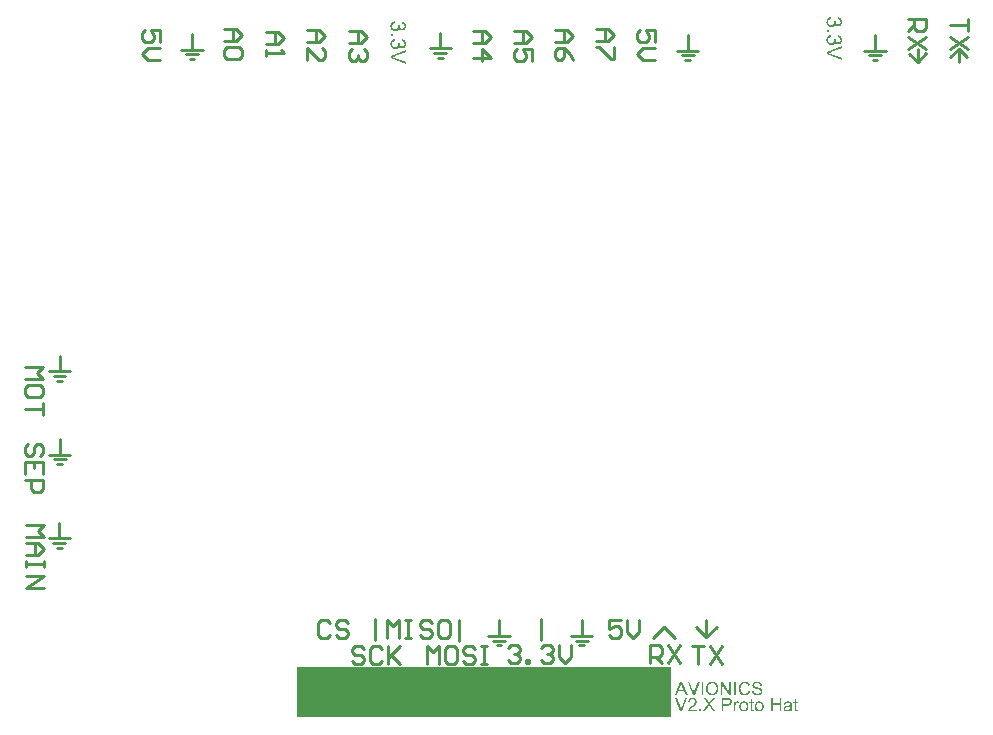
<source format=gto>
G04*
G04 #@! TF.GenerationSoftware,Altium Limited,Altium Designer,18.0.7 (293)*
G04*
G04 Layer_Color=65535*
%FSLAX25Y25*%
%MOIN*%
G70*
G01*
G75*
%ADD10C,0.01000*%
G36*
X731925Y198675D02*
X607163D01*
Y215550D01*
X731925D01*
Y198675D01*
D02*
G37*
G36*
X760773Y210623D02*
X760815D01*
X760865Y210619D01*
X760922Y210615D01*
X760983Y210608D01*
X761048Y210600D01*
X761117Y210589D01*
X761262Y210558D01*
X761411Y210520D01*
X761556Y210466D01*
X761560D01*
X761572Y210459D01*
X761591Y210451D01*
X761617Y210436D01*
X761648Y210420D01*
X761686Y210401D01*
X761724Y210378D01*
X761770Y210348D01*
X761862Y210283D01*
X761957Y210203D01*
X762049Y210111D01*
X762095Y210057D01*
X762133Y210000D01*
X762137Y209996D01*
X762141Y209985D01*
X762152Y209970D01*
X762164Y209947D01*
X762179Y209916D01*
X762198Y209882D01*
X762217Y209844D01*
X762236Y209798D01*
X762255Y209752D01*
X762274Y209698D01*
X762293Y209641D01*
X762309Y209580D01*
X762335Y209450D01*
X762347Y209381D01*
X762351Y209309D01*
X761793Y209267D01*
Y209271D01*
X761789Y209286D01*
X761785Y209305D01*
X761782Y209335D01*
X761774Y209370D01*
X761766Y209408D01*
X761751Y209454D01*
X761736Y209504D01*
X761697Y209603D01*
X761671Y209656D01*
X761644Y209710D01*
X761610Y209759D01*
X761572Y209809D01*
X761529Y209855D01*
X761484Y209897D01*
X761480Y209901D01*
X761472Y209905D01*
X761457Y209916D01*
X761434Y209931D01*
X761407Y209947D01*
X761377Y209966D01*
X761335Y209985D01*
X761289Y210004D01*
X761239Y210023D01*
X761182Y210042D01*
X761121Y210061D01*
X761052Y210077D01*
X760976Y210092D01*
X760895Y210103D01*
X760808Y210107D01*
X760716Y210111D01*
X760666D01*
X760628Y210107D01*
X760586Y210103D01*
X760536Y210100D01*
X760479Y210096D01*
X760422Y210088D01*
X760292Y210065D01*
X760166Y210031D01*
X760105Y210008D01*
X760043Y209981D01*
X759990Y209950D01*
X759940Y209916D01*
X759937Y209912D01*
X759929Y209909D01*
X759917Y209897D01*
X759902Y209882D01*
X759883Y209863D01*
X759864Y209840D01*
X759822Y209786D01*
X759776Y209717D01*
X759738Y209637D01*
X759723Y209591D01*
X759711Y209546D01*
X759703Y209496D01*
X759700Y209446D01*
Y209442D01*
Y209435D01*
Y209423D01*
X759703Y209408D01*
X759707Y209362D01*
X759723Y209309D01*
X759742Y209248D01*
X759772Y209183D01*
X759814Y209118D01*
X759841Y209087D01*
X759872Y209057D01*
X759875D01*
X759879Y209049D01*
X759891Y209041D01*
X759910Y209030D01*
X759933Y209015D01*
X759963Y208999D01*
X760001Y208980D01*
X760043Y208961D01*
X760097Y208938D01*
X760162Y208911D01*
X760231Y208889D01*
X760315Y208862D01*
X760406Y208831D01*
X760509Y208804D01*
X760624Y208774D01*
X760750Y208743D01*
X760758D01*
X760781Y208736D01*
X760819Y208728D01*
X760865Y208717D01*
X760926Y208701D01*
X760991Y208686D01*
X761063Y208667D01*
X761140Y208648D01*
X761304Y208606D01*
X761465Y208560D01*
X761541Y208533D01*
X761614Y208510D01*
X761678Y208487D01*
X761732Y208465D01*
X761736Y208461D01*
X761747Y208457D01*
X761770Y208445D01*
X761793Y208434D01*
X761827Y208415D01*
X761862Y208392D01*
X761904Y208369D01*
X761946Y208342D01*
X762038Y208277D01*
X762133Y208197D01*
X762221Y208109D01*
X762259Y208063D01*
X762297Y208014D01*
X762301Y208010D01*
X762305Y208002D01*
X762316Y207987D01*
X762328Y207964D01*
X762339Y207941D01*
X762358Y207911D01*
X762374Y207872D01*
X762393Y207834D01*
X762408Y207788D01*
X762427Y207743D01*
X762454Y207636D01*
X762477Y207517D01*
X762481Y207452D01*
X762484Y207387D01*
Y207383D01*
Y207372D01*
Y207353D01*
X762481Y207326D01*
X762477Y207296D01*
X762473Y207261D01*
X762469Y207219D01*
X762458Y207173D01*
X762435Y207070D01*
X762400Y206960D01*
X762378Y206902D01*
X762351Y206845D01*
X762316Y206784D01*
X762282Y206726D01*
X762278Y206723D01*
X762274Y206711D01*
X762259Y206696D01*
X762244Y206677D01*
X762225Y206650D01*
X762198Y206620D01*
X762167Y206585D01*
X762133Y206551D01*
X762095Y206512D01*
X762053Y206474D01*
X762003Y206432D01*
X761953Y206394D01*
X761896Y206352D01*
X761835Y206314D01*
X761770Y206279D01*
X761701Y206245D01*
X761697D01*
X761686Y206238D01*
X761663Y206230D01*
X761636Y206218D01*
X761598Y206207D01*
X761556Y206192D01*
X761507Y206176D01*
X761453Y206161D01*
X761392Y206142D01*
X761327Y206127D01*
X761258Y206111D01*
X761186Y206100D01*
X761105Y206088D01*
X761025Y206081D01*
X760941Y206077D01*
X760853Y206073D01*
X760796D01*
X760754Y206077D01*
X760701D01*
X760643Y206081D01*
X760574Y206088D01*
X760502Y206096D01*
X760426Y206104D01*
X760345Y206115D01*
X760177Y206146D01*
X760009Y206188D01*
X759925Y206215D01*
X759849Y206245D01*
X759845Y206249D01*
X759830Y206253D01*
X759810Y206264D01*
X759784Y206279D01*
X759749Y206295D01*
X759707Y206318D01*
X759665Y206344D01*
X759619Y206375D01*
X759566Y206413D01*
X759516Y206451D01*
X759463Y206493D01*
X759409Y206539D01*
X759360Y206593D01*
X759306Y206646D01*
X759260Y206703D01*
X759214Y206768D01*
X759211Y206772D01*
X759203Y206784D01*
X759192Y206803D01*
X759180Y206830D01*
X759161Y206864D01*
X759142Y206902D01*
X759119Y206948D01*
X759100Y207001D01*
X759077Y207055D01*
X759054Y207116D01*
X759035Y207181D01*
X759016Y207254D01*
X758989Y207403D01*
X758978Y207483D01*
X758974Y207563D01*
X759524Y207613D01*
Y207609D01*
X759528Y207597D01*
Y207582D01*
X759532Y207559D01*
X759535Y207529D01*
X759543Y207498D01*
X759551Y207460D01*
X759562Y207422D01*
X759585Y207334D01*
X759616Y207242D01*
X759654Y207151D01*
X759703Y207066D01*
Y207063D01*
X759711Y207059D01*
X759719Y207047D01*
X759730Y207032D01*
X759765Y206994D01*
X759814Y206944D01*
X759875Y206887D01*
X759952Y206830D01*
X760043Y206776D01*
X760147Y206723D01*
X760150D01*
X760162Y206719D01*
X760177Y206711D01*
X760200Y206703D01*
X760227Y206692D01*
X760261Y206681D01*
X760299Y206669D01*
X760345Y206658D01*
X760395Y206646D01*
X760445Y206635D01*
X760559Y206612D01*
X760689Y206596D01*
X760827Y206593D01*
X760884D01*
X760911Y206596D01*
X760945D01*
X760983Y206600D01*
X761025Y206604D01*
X761117Y206616D01*
X761216Y206635D01*
X761315Y206658D01*
X761415Y206692D01*
X761419D01*
X761426Y206696D01*
X761438Y206703D01*
X761457Y206711D01*
X761503Y206734D01*
X761560Y206765D01*
X761621Y206803D01*
X761682Y206849D01*
X761743Y206902D01*
X761797Y206963D01*
Y206967D01*
X761801Y206971D01*
X761816Y206994D01*
X761835Y207028D01*
X761862Y207074D01*
X761885Y207131D01*
X761904Y207196D01*
X761919Y207265D01*
X761923Y207341D01*
Y207345D01*
Y207349D01*
Y207361D01*
Y207376D01*
X761915Y207414D01*
X761908Y207464D01*
X761892Y207521D01*
X761873Y207578D01*
X761843Y207643D01*
X761801Y207700D01*
X761797Y207708D01*
X761778Y207727D01*
X761747Y207754D01*
X761705Y207792D01*
X761652Y207834D01*
X761583Y207876D01*
X761499Y207918D01*
X761403Y207960D01*
X761400D01*
X761396Y207964D01*
X761384Y207968D01*
X761365Y207972D01*
X761342Y207979D01*
X761315Y207991D01*
X761281Y208002D01*
X761239Y208014D01*
X761190Y208025D01*
X761132Y208044D01*
X761067Y208060D01*
X760995Y208079D01*
X760914Y208102D01*
X760823Y208124D01*
X760723Y208148D01*
X760613Y208174D01*
X760605D01*
X760586Y208182D01*
X760555Y208190D01*
X760513Y208201D01*
X760464Y208212D01*
X760406Y208228D01*
X760345Y208247D01*
X760280Y208266D01*
X760139Y208308D01*
X759998Y208354D01*
X759929Y208377D01*
X759868Y208400D01*
X759810Y208426D01*
X759761Y208449D01*
X759757Y208453D01*
X759746Y208457D01*
X759730Y208468D01*
X759711Y208480D01*
X759684Y208495D01*
X759654Y208514D01*
X759585Y208564D01*
X759509Y208625D01*
X759432Y208694D01*
X759356Y208774D01*
X759291Y208862D01*
Y208866D01*
X759283Y208873D01*
X759276Y208885D01*
X759268Y208904D01*
X759257Y208927D01*
X759241Y208953D01*
X759230Y208988D01*
X759214Y209022D01*
X759188Y209103D01*
X759161Y209194D01*
X759146Y209297D01*
X759138Y209408D01*
Y209412D01*
Y209423D01*
Y209442D01*
X759142Y209465D01*
X759146Y209496D01*
X759150Y209530D01*
X759153Y209569D01*
X759161Y209614D01*
X759184Y209710D01*
X759218Y209813D01*
X759237Y209870D01*
X759264Y209924D01*
X759291Y209981D01*
X759325Y210034D01*
X759329Y210038D01*
X759333Y210046D01*
X759344Y210061D01*
X759360Y210084D01*
X759383Y210107D01*
X759406Y210134D01*
X759432Y210164D01*
X759467Y210199D01*
X759505Y210233D01*
X759543Y210271D01*
X759589Y210306D01*
X759639Y210344D01*
X759692Y210378D01*
X759753Y210413D01*
X759814Y210443D01*
X759879Y210474D01*
X759883D01*
X759895Y210482D01*
X759917Y210489D01*
X759944Y210497D01*
X759978Y210508D01*
X760020Y210524D01*
X760066Y210535D01*
X760120Y210550D01*
X760177Y210565D01*
X760238Y210577D01*
X760303Y210592D01*
X760376Y210604D01*
X760529Y210619D01*
X760689Y210627D01*
X760739D01*
X760773Y210623D01*
D02*
G37*
G36*
X756701D02*
X756747D01*
X756804Y210615D01*
X756869Y210608D01*
X756942Y210600D01*
X757022Y210585D01*
X757110Y210565D01*
X757198Y210543D01*
X757289Y210516D01*
X757385Y210482D01*
X757476Y210443D01*
X757572Y210397D01*
X757660Y210348D01*
X757748Y210287D01*
X757752Y210283D01*
X757767Y210271D01*
X757790Y210252D01*
X757820Y210226D01*
X757858Y210191D01*
X757900Y210149D01*
X757946Y210100D01*
X757996Y210042D01*
X758046Y209977D01*
X758099Y209909D01*
X758153Y209828D01*
X758202Y209744D01*
X758252Y209653D01*
X758298Y209557D01*
X758340Y209450D01*
X758378Y209339D01*
X757805Y209206D01*
Y209209D01*
X757797Y209228D01*
X757790Y209251D01*
X757774Y209286D01*
X757759Y209324D01*
X757740Y209370D01*
X757717Y209419D01*
X757690Y209473D01*
X757625Y209588D01*
X757549Y209702D01*
X757507Y209759D01*
X757461Y209813D01*
X757411Y209863D01*
X757358Y209905D01*
X757354Y209909D01*
X757346Y209916D01*
X757327Y209924D01*
X757304Y209939D01*
X757278Y209954D01*
X757243Y209973D01*
X757201Y209996D01*
X757159Y210016D01*
X757106Y210034D01*
X757052Y210057D01*
X756991Y210077D01*
X756926Y210092D01*
X756858Y210107D01*
X756785Y210119D01*
X756705Y210122D01*
X756625Y210126D01*
X756575D01*
X756540Y210122D01*
X756495Y210119D01*
X756445Y210115D01*
X756388Y210107D01*
X756327Y210096D01*
X756262Y210084D01*
X756193Y210065D01*
X756124Y210046D01*
X756052Y210023D01*
X755983Y209996D01*
X755910Y209962D01*
X755841Y209924D01*
X755777Y209882D01*
X755773Y209878D01*
X755761Y209870D01*
X755746Y209855D01*
X755723Y209836D01*
X755692Y209813D01*
X755662Y209782D01*
X755627Y209748D01*
X755589Y209710D01*
X755551Y209664D01*
X755509Y209614D01*
X755471Y209561D01*
X755433Y209504D01*
X755395Y209442D01*
X755360Y209374D01*
X755326Y209305D01*
X755299Y209228D01*
Y209225D01*
X755291Y209209D01*
X755288Y209187D01*
X755276Y209160D01*
X755268Y209122D01*
X755257Y209076D01*
X755242Y209026D01*
X755230Y208969D01*
X755219Y208908D01*
X755203Y208843D01*
X755192Y208774D01*
X755184Y208701D01*
X755169Y208545D01*
X755162Y208384D01*
Y208377D01*
Y208361D01*
Y208331D01*
X755165Y208289D01*
Y208243D01*
X755169Y208186D01*
X755177Y208121D01*
X755181Y208052D01*
X755192Y207976D01*
X755200Y207899D01*
X755230Y207735D01*
X755268Y207567D01*
X755322Y207403D01*
X755326Y207399D01*
X755330Y207383D01*
X755341Y207364D01*
X755352Y207334D01*
X755372Y207299D01*
X755391Y207261D01*
X755417Y207215D01*
X755448Y207170D01*
X755482Y207120D01*
X755517Y207066D01*
X755559Y207017D01*
X755605Y206963D01*
X755654Y206914D01*
X755708Y206868D01*
X755769Y206822D01*
X755830Y206780D01*
X755834Y206776D01*
X755845Y206772D01*
X755864Y206761D01*
X755891Y206749D01*
X755922Y206734D01*
X755960Y206715D01*
X756006Y206696D01*
X756055Y206677D01*
X756109Y206658D01*
X756166Y206639D01*
X756227Y206623D01*
X756292Y206604D01*
X756430Y206581D01*
X756506Y206577D01*
X756579Y206574D01*
X756602D01*
X756625Y206577D01*
X756659D01*
X756701Y206581D01*
X756751Y206589D01*
X756808Y206596D01*
X756865Y206608D01*
X756930Y206623D01*
X756995Y206642D01*
X757064Y206665D01*
X757136Y206692D01*
X757205Y206723D01*
X757274Y206761D01*
X757343Y206803D01*
X757408Y206853D01*
X757411Y206856D01*
X757423Y206864D01*
X757438Y206883D01*
X757461Y206906D01*
X757492Y206937D01*
X757522Y206971D01*
X757557Y207013D01*
X757595Y207063D01*
X757633Y207120D01*
X757671Y207181D01*
X757709Y207250D01*
X757748Y207326D01*
X757782Y207406D01*
X757816Y207494D01*
X757843Y207590D01*
X757870Y207689D01*
X758454Y207544D01*
Y207540D01*
X758451Y207536D01*
Y207525D01*
X758447Y207513D01*
X758435Y207475D01*
X758420Y207425D01*
X758397Y207364D01*
X758370Y207296D01*
X758340Y207219D01*
X758301Y207139D01*
X758259Y207051D01*
X758214Y206960D01*
X758160Y206868D01*
X758099Y206780D01*
X758030Y206688D01*
X757958Y206604D01*
X757881Y206524D01*
X757794Y206448D01*
X757790Y206444D01*
X757771Y206432D01*
X757744Y206413D01*
X757709Y206390D01*
X757664Y206360D01*
X757606Y206329D01*
X757541Y206295D01*
X757469Y206260D01*
X757389Y206226D01*
X757301Y206192D01*
X757205Y206161D01*
X757102Y206131D01*
X756991Y206108D01*
X756877Y206088D01*
X756754Y206077D01*
X756628Y206073D01*
X756598D01*
X756560Y206077D01*
X756510D01*
X756449Y206081D01*
X756380Y206088D01*
X756304Y206096D01*
X756216Y206108D01*
X756128Y206123D01*
X756033Y206142D01*
X755937Y206165D01*
X755841Y206195D01*
X755742Y206226D01*
X755651Y206264D01*
X755559Y206310D01*
X755471Y206360D01*
X755467Y206364D01*
X755452Y206375D01*
X755429Y206390D01*
X755398Y206413D01*
X755360Y206444D01*
X755318Y206482D01*
X755268Y206524D01*
X755219Y206574D01*
X755165Y206631D01*
X755108Y206692D01*
X755051Y206761D01*
X754997Y206837D01*
X754940Y206917D01*
X754886Y207005D01*
X754837Y207101D01*
X754791Y207200D01*
X754787Y207208D01*
X754779Y207227D01*
X754768Y207254D01*
X754757Y207296D01*
X754738Y207345D01*
X754718Y207406D01*
X754699Y207475D01*
X754676Y207555D01*
X754653Y207639D01*
X754634Y207731D01*
X754615Y207827D01*
X754596Y207930D01*
X754585Y208037D01*
X754573Y208148D01*
X754566Y208262D01*
X754562Y208381D01*
Y208384D01*
Y208388D01*
Y208411D01*
Y208449D01*
X754566Y208495D01*
X754569Y208556D01*
X754577Y208625D01*
X754585Y208701D01*
X754596Y208789D01*
X754608Y208881D01*
X754627Y208976D01*
X754646Y209076D01*
X754672Y209175D01*
X754703Y209278D01*
X754738Y209381D01*
X754776Y209481D01*
X754821Y209580D01*
X754825Y209588D01*
X754833Y209603D01*
X754848Y209630D01*
X754871Y209664D01*
X754898Y209706D01*
X754932Y209756D01*
X754971Y209809D01*
X755013Y209870D01*
X755066Y209931D01*
X755120Y209996D01*
X755181Y210061D01*
X755249Y210126D01*
X755322Y210187D01*
X755398Y210248D01*
X755482Y210306D01*
X755570Y210359D01*
X755574Y210363D01*
X755593Y210371D01*
X755620Y210382D01*
X755654Y210401D01*
X755700Y210420D01*
X755754Y210443D01*
X755815Y210470D01*
X755887Y210493D01*
X755960Y210520D01*
X756044Y210543D01*
X756132Y210565D01*
X756223Y210585D01*
X756323Y210604D01*
X756422Y210615D01*
X756529Y210623D01*
X756636Y210627D01*
X756667D01*
X756701Y210623D01*
D02*
G37*
G36*
X752041Y206146D02*
X751441D01*
X749130Y209603D01*
Y206146D01*
X748572D01*
Y210550D01*
X749168D01*
X751483Y207089D01*
Y210550D01*
X752041D01*
Y206146D01*
D02*
G37*
G36*
X739832D02*
X739228D01*
X737521Y210550D01*
X738155D01*
X739297Y207349D01*
Y207345D01*
X739305Y207334D01*
X739312Y207311D01*
X739320Y207284D01*
X739331Y207250D01*
X739347Y207208D01*
X739362Y207166D01*
X739381Y207116D01*
X739396Y207059D01*
X739416Y207005D01*
X739454Y206883D01*
X739496Y206753D01*
X739530Y206627D01*
Y206631D01*
X739534Y206642D01*
X739541Y206662D01*
X739549Y206688D01*
X739557Y206723D01*
X739568Y206761D01*
X739583Y206803D01*
X739599Y206853D01*
X739614Y206906D01*
X739633Y206960D01*
X739675Y207082D01*
X739717Y207215D01*
X739767Y207349D01*
X740959Y210550D01*
X741551D01*
X739832Y206146D01*
D02*
G37*
G36*
X753702D02*
X753118D01*
Y210550D01*
X753702D01*
Y206146D01*
D02*
G37*
G36*
X742762D02*
X742177D01*
Y210550D01*
X742762D01*
Y206146D01*
D02*
G37*
G36*
X737502D02*
X736841D01*
X736333Y207479D01*
X734480D01*
X734002Y206146D01*
X733388D01*
X735076Y210550D01*
X735702D01*
X737502Y206146D01*
D02*
G37*
G36*
X745825Y210623D02*
X745879Y210619D01*
X745940Y210611D01*
X746013Y210604D01*
X746089Y210589D01*
X746173Y210573D01*
X746261Y210554D01*
X746353Y210531D01*
X746444Y210504D01*
X746540Y210470D01*
X746635Y210428D01*
X746731Y210386D01*
X746822Y210332D01*
X746826Y210329D01*
X746845Y210317D01*
X746868Y210302D01*
X746903Y210279D01*
X746945Y210248D01*
X746990Y210214D01*
X747044Y210172D01*
X747097Y210122D01*
X747159Y210069D01*
X747220Y210008D01*
X747281Y209939D01*
X747342Y209866D01*
X747403Y209790D01*
X747460Y209706D01*
X747518Y209614D01*
X747567Y209519D01*
X747571Y209511D01*
X747579Y209496D01*
X747590Y209465D01*
X747609Y209427D01*
X747628Y209378D01*
X747651Y209320D01*
X747674Y209251D01*
X747697Y209179D01*
X747720Y209095D01*
X747747Y209003D01*
X747766Y208908D01*
X747785Y208804D01*
X747804Y208694D01*
X747816Y208583D01*
X747823Y208465D01*
X747827Y208342D01*
Y208335D01*
Y208312D01*
Y208277D01*
X747823Y208228D01*
X747820Y208170D01*
X747812Y208102D01*
X747804Y208025D01*
X747793Y207941D01*
X747777Y207850D01*
X747762Y207754D01*
X747739Y207655D01*
X747713Y207552D01*
X747682Y207448D01*
X747644Y207345D01*
X747606Y207242D01*
X747556Y207143D01*
X747552Y207135D01*
X747544Y207120D01*
X747529Y207093D01*
X747506Y207055D01*
X747479Y207013D01*
X747445Y206963D01*
X747403Y206906D01*
X747357Y206845D01*
X747308Y206784D01*
X747250Y206715D01*
X747185Y206650D01*
X747117Y206585D01*
X747044Y206520D01*
X746964Y206455D01*
X746880Y206398D01*
X746788Y206344D01*
X746784Y206341D01*
X746765Y206333D01*
X746738Y206318D01*
X746700Y206302D01*
X746654Y206283D01*
X746601Y206260D01*
X746540Y206234D01*
X746467Y206211D01*
X746391Y206184D01*
X746311Y206157D01*
X746219Y206134D01*
X746127Y206115D01*
X746032Y206100D01*
X745929Y206085D01*
X745825Y206077D01*
X745718Y206073D01*
X745692D01*
X745657Y206077D01*
X745615D01*
X745558Y206081D01*
X745497Y206088D01*
X745424Y206100D01*
X745348Y206111D01*
X745264Y206127D01*
X745172Y206146D01*
X745081Y206169D01*
X744989Y206199D01*
X744889Y206234D01*
X744794Y206272D01*
X744698Y206318D01*
X744607Y206371D01*
X744603Y206375D01*
X744584Y206386D01*
X744561Y206402D01*
X744527Y206429D01*
X744485Y206459D01*
X744439Y206493D01*
X744385Y206539D01*
X744332Y206589D01*
X744271Y206642D01*
X744210Y206703D01*
X744148Y206772D01*
X744087Y206845D01*
X744026Y206925D01*
X743969Y207009D01*
X743915Y207097D01*
X743866Y207192D01*
X743862Y207200D01*
X743854Y207215D01*
X743843Y207246D01*
X743828Y207284D01*
X743809Y207330D01*
X743785Y207387D01*
X743763Y207452D01*
X743740Y207525D01*
X743717Y207605D01*
X743694Y207689D01*
X743671Y207781D01*
X743652Y207872D01*
X743637Y207972D01*
X743625Y208075D01*
X743617Y208182D01*
X743614Y208289D01*
Y208293D01*
Y208300D01*
Y208315D01*
Y208338D01*
X743617Y208361D01*
Y208396D01*
X743621Y208430D01*
Y208468D01*
X743625Y208514D01*
X743633Y208564D01*
X743644Y208667D01*
X743663Y208785D01*
X743686Y208915D01*
X743717Y209049D01*
X743759Y209190D01*
X743805Y209332D01*
X743862Y209477D01*
X743931Y209614D01*
X744007Y209752D01*
X744099Y209882D01*
X744202Y210004D01*
X744210Y210012D01*
X744229Y210031D01*
X744263Y210061D01*
X744309Y210103D01*
X744366Y210149D01*
X744439Y210203D01*
X744519Y210256D01*
X744615Y210317D01*
X744718Y210374D01*
X744832Y210428D01*
X744958Y210482D01*
X745092Y210531D01*
X745237Y210569D01*
X745390Y210600D01*
X745550Y210619D01*
X745722Y210627D01*
X745783D01*
X745825Y210623D01*
D02*
G37*
G36*
X745019Y203080D02*
X746670Y200773D01*
X745952D01*
X744836Y202343D01*
X744832Y202350D01*
X744821Y202365D01*
X744802Y202392D01*
X744779Y202427D01*
X744752Y202469D01*
X744721Y202511D01*
X744657Y202610D01*
Y202606D01*
X744649Y202599D01*
X744641Y202591D01*
X744634Y202576D01*
X744607Y202534D01*
X744576Y202488D01*
X744542Y202438D01*
X744508Y202385D01*
X744473Y202339D01*
X744446Y202301D01*
X743331Y200773D01*
X742632D01*
X744332Y203053D01*
X742831Y205177D01*
X743522D01*
X744328Y204046D01*
X744332Y204043D01*
X744339Y204031D01*
X744351Y204012D01*
X744370Y203989D01*
X744389Y203959D01*
X744412Y203928D01*
X744465Y203848D01*
X744527Y203760D01*
X744584Y203672D01*
X744637Y203584D01*
X744683Y203504D01*
Y203508D01*
X744691Y203515D01*
X744698Y203527D01*
X744710Y203546D01*
X744725Y203569D01*
X744740Y203596D01*
X744783Y203657D01*
X744832Y203733D01*
X744893Y203817D01*
X744958Y203909D01*
X745031Y204004D01*
X745913Y205177D01*
X746547D01*
X745019Y203080D01*
D02*
G37*
G36*
X754153Y204035D02*
X754180D01*
X754207Y204031D01*
X754241Y204023D01*
X754279Y204016D01*
X754363Y203997D01*
X754455Y203966D01*
X754558Y203920D01*
X754608Y203893D01*
X754661Y203863D01*
X754470Y203362D01*
X754466D01*
X754462Y203366D01*
X754451Y203374D01*
X754436Y203382D01*
X754397Y203401D01*
X754348Y203424D01*
X754287Y203443D01*
X754222Y203462D01*
X754149Y203477D01*
X754077Y203481D01*
X754046D01*
X754015Y203477D01*
X753970Y203469D01*
X753924Y203454D01*
X753870Y203435D01*
X753813Y203408D01*
X753760Y203374D01*
X753752Y203370D01*
X753737Y203355D01*
X753714Y203332D01*
X753683Y203298D01*
X753653Y203256D01*
X753618Y203202D01*
X753588Y203145D01*
X753561Y203076D01*
Y203072D01*
X753557Y203065D01*
X753553Y203046D01*
X753546Y203026D01*
X753542Y203000D01*
X753534Y202965D01*
X753526Y202931D01*
X753519Y202889D01*
X753507Y202843D01*
X753500Y202793D01*
X753488Y202686D01*
X753477Y202572D01*
X753473Y202446D01*
Y200773D01*
X752931D01*
Y203966D01*
X753420D01*
Y203481D01*
X753423Y203485D01*
X753427Y203496D01*
X753439Y203512D01*
X753450Y203534D01*
X753465Y203565D01*
X753484Y203596D01*
X753530Y203664D01*
X753584Y203741D01*
X753641Y203813D01*
X753698Y203878D01*
X753729Y203905D01*
X753760Y203928D01*
X753767Y203932D01*
X753786Y203947D01*
X753821Y203962D01*
X753863Y203985D01*
X753912Y204004D01*
X753973Y204023D01*
X754038Y204035D01*
X754107Y204039D01*
X754134D01*
X754153Y204035D01*
D02*
G37*
G36*
X768791Y200773D02*
X768207D01*
Y202847D01*
X765926D01*
Y200773D01*
X765342D01*
Y205177D01*
X765926D01*
Y203366D01*
X768207D01*
Y205177D01*
X768791D01*
Y200773D01*
D02*
G37*
G36*
X735699Y200773D02*
X735095D01*
X733388Y205177D01*
X734022D01*
X735164Y201976D01*
Y201972D01*
X735171Y201961D01*
X735179Y201938D01*
X735187Y201911D01*
X735198Y201877D01*
X735214Y201835D01*
X735229Y201793D01*
X735248Y201743D01*
X735263Y201686D01*
X735282Y201632D01*
X735320Y201510D01*
X735362Y201380D01*
X735397Y201254D01*
Y201258D01*
X735401Y201269D01*
X735408Y201288D01*
X735416Y201315D01*
X735424Y201349D01*
X735435Y201388D01*
X735450Y201430D01*
X735466Y201479D01*
X735481Y201533D01*
X735500Y201586D01*
X735542Y201709D01*
X735584Y201842D01*
X735634Y201976D01*
X736826Y205177D01*
X737418D01*
X735699Y200773D01*
D02*
G37*
G36*
X771144Y204035D02*
X771183D01*
X771228Y204031D01*
X771278Y204027D01*
X771385Y204016D01*
X771496Y203997D01*
X771603Y203974D01*
X771706Y203939D01*
X771710D01*
X771717Y203936D01*
X771729Y203928D01*
X771748Y203924D01*
X771794Y203901D01*
X771847Y203874D01*
X771908Y203840D01*
X771973Y203798D01*
X772031Y203752D01*
X772080Y203699D01*
X772084Y203691D01*
X772099Y203672D01*
X772122Y203641D01*
X772149Y203599D01*
X772176Y203546D01*
X772202Y203485D01*
X772229Y203412D01*
X772248Y203332D01*
Y203324D01*
X772252Y203305D01*
X772256Y203290D01*
X772260Y203271D01*
Y203244D01*
X772264Y203217D01*
X772267Y203187D01*
X772271Y203149D01*
Y203110D01*
X772275Y203065D01*
Y203011D01*
X772279Y202958D01*
Y202896D01*
Y202832D01*
Y202110D01*
Y202106D01*
Y202102D01*
Y202091D01*
Y202075D01*
Y202037D01*
Y201987D01*
Y201930D01*
X772283Y201861D01*
Y201785D01*
Y201709D01*
X772287Y201544D01*
X772290Y201464D01*
X772294Y201388D01*
X772298Y201315D01*
X772302Y201254D01*
X772306Y201197D01*
X772313Y201155D01*
Y201151D01*
Y201147D01*
X772317Y201135D01*
X772321Y201120D01*
X772329Y201082D01*
X772344Y201032D01*
X772363Y200975D01*
X772386Y200910D01*
X772416Y200841D01*
X772451Y200773D01*
X771885D01*
Y200776D01*
X771882Y200780D01*
X771874Y200803D01*
X771859Y200837D01*
X771840Y200883D01*
X771824Y200944D01*
X771805Y201009D01*
X771790Y201086D01*
X771778Y201166D01*
X771775Y201162D01*
X771763Y201155D01*
X771748Y201143D01*
X771729Y201124D01*
X771698Y201105D01*
X771668Y201078D01*
X771633Y201051D01*
X771591Y201025D01*
X771503Y200964D01*
X771408Y200906D01*
X771305Y200849D01*
X771198Y200803D01*
X771194D01*
X771186Y200799D01*
X771171Y200796D01*
X771148Y200788D01*
X771125Y200780D01*
X771095Y200769D01*
X771057Y200761D01*
X771018Y200753D01*
X770930Y200734D01*
X770827Y200715D01*
X770716Y200704D01*
X770598Y200700D01*
X770548D01*
X770510Y200704D01*
X770468Y200708D01*
X770419Y200715D01*
X770361Y200723D01*
X770300Y200731D01*
X770170Y200761D01*
X770105Y200784D01*
X770037Y200807D01*
X769972Y200837D01*
X769907Y200872D01*
X769849Y200910D01*
X769792Y200956D01*
X769788Y200960D01*
X769781Y200967D01*
X769765Y200983D01*
X769746Y201002D01*
X769727Y201028D01*
X769704Y201059D01*
X769677Y201094D01*
X769651Y201135D01*
X769624Y201178D01*
X769597Y201227D01*
X769574Y201285D01*
X769555Y201342D01*
X769536Y201403D01*
X769521Y201468D01*
X769513Y201540D01*
X769509Y201613D01*
Y201617D01*
Y201624D01*
Y201636D01*
Y201655D01*
X769513Y201674D01*
Y201697D01*
X769521Y201754D01*
X769536Y201823D01*
X769551Y201892D01*
X769578Y201968D01*
X769613Y202041D01*
Y202045D01*
X769616Y202048D01*
X769632Y202071D01*
X769655Y202110D01*
X769689Y202152D01*
X769727Y202201D01*
X769777Y202255D01*
X769830Y202308D01*
X769891Y202354D01*
X769895D01*
X769899Y202358D01*
X769922Y202373D01*
X769960Y202396D01*
X770006Y202419D01*
X770063Y202450D01*
X770132Y202480D01*
X770205Y202507D01*
X770285Y202530D01*
X770293Y202534D01*
X770315Y202537D01*
X770354Y202545D01*
X770407Y202556D01*
X770472Y202568D01*
X770556Y202583D01*
X770655Y202599D01*
X770766Y202614D01*
X770774D01*
X770797Y202618D01*
X770827Y202622D01*
X770873Y202629D01*
X770927Y202637D01*
X770992Y202644D01*
X771060Y202656D01*
X771133Y202667D01*
X771289Y202694D01*
X771450Y202725D01*
X771530Y202744D01*
X771603Y202763D01*
X771671Y202782D01*
X771733Y202801D01*
Y202805D01*
Y202820D01*
Y202839D01*
X771736Y202862D01*
Y202908D01*
Y202927D01*
Y202942D01*
Y202946D01*
Y202958D01*
Y202973D01*
X771733Y202996D01*
Y203023D01*
X771729Y203053D01*
X771717Y203122D01*
X771698Y203198D01*
X771671Y203275D01*
X771633Y203347D01*
X771607Y203378D01*
X771580Y203405D01*
X771576Y203408D01*
X771572Y203412D01*
X771557Y203424D01*
X771542Y203435D01*
X771519Y203447D01*
X771492Y203466D01*
X771461Y203481D01*
X771427Y203500D01*
X771385Y203515D01*
X771339Y203534D01*
X771286Y203550D01*
X771232Y203561D01*
X771171Y203576D01*
X771106Y203584D01*
X771037Y203588D01*
X770961Y203592D01*
X770923D01*
X770900Y203588D01*
X770865D01*
X770831Y203584D01*
X770789Y203580D01*
X770747Y203576D01*
X770655Y203557D01*
X770560Y203534D01*
X770472Y203500D01*
X770434Y203477D01*
X770396Y203454D01*
X770392D01*
X770388Y203447D01*
X770365Y203428D01*
X770334Y203393D01*
X770315Y203370D01*
X770293Y203347D01*
X770273Y203317D01*
X770251Y203282D01*
X770228Y203244D01*
X770205Y203198D01*
X770186Y203152D01*
X770163Y203103D01*
X770144Y203046D01*
X770128Y202984D01*
X769601Y203057D01*
Y203061D01*
X769605Y203072D01*
X769609Y203091D01*
X769616Y203114D01*
X769624Y203141D01*
X769632Y203175D01*
X769655Y203252D01*
X769689Y203340D01*
X769727Y203428D01*
X769777Y203519D01*
X769834Y203603D01*
X769838Y203607D01*
X769842Y203611D01*
X769853Y203622D01*
X769865Y203638D01*
X769903Y203676D01*
X769956Y203722D01*
X770025Y203775D01*
X770109Y203829D01*
X770205Y203878D01*
X770315Y203924D01*
X770319D01*
X770331Y203928D01*
X770346Y203936D01*
X770373Y203943D01*
X770400Y203951D01*
X770438Y203962D01*
X770476Y203970D01*
X770526Y203981D01*
X770575Y203993D01*
X770629Y204004D01*
X770690Y204012D01*
X770755Y204020D01*
X770892Y204035D01*
X771041Y204039D01*
X771110D01*
X771144Y204035D01*
D02*
G37*
G36*
X750711Y205173D02*
X750807D01*
X750914Y205166D01*
X751024Y205158D01*
X751131Y205150D01*
X751181Y205143D01*
X751227Y205135D01*
X751231D01*
X751242Y205131D01*
X751258Y205127D01*
X751280Y205124D01*
X751307Y205116D01*
X751341Y205108D01*
X751418Y205089D01*
X751502Y205059D01*
X751594Y205024D01*
X751685Y204978D01*
X751769Y204925D01*
X751773D01*
X751781Y204917D01*
X751792Y204910D01*
X751807Y204898D01*
X751846Y204864D01*
X751895Y204818D01*
X751953Y204757D01*
X752014Y204684D01*
X752071Y204596D01*
X752125Y204501D01*
Y204497D01*
X752132Y204489D01*
X752136Y204474D01*
X752147Y204455D01*
X752155Y204428D01*
X752167Y204398D01*
X752182Y204363D01*
X752193Y204325D01*
X752205Y204283D01*
X752220Y204237D01*
X752239Y204134D01*
X752254Y204020D01*
X752262Y203901D01*
Y203893D01*
Y203878D01*
X752258Y203848D01*
Y203806D01*
X752251Y203760D01*
X752243Y203702D01*
X752232Y203641D01*
X752216Y203573D01*
X752197Y203500D01*
X752174Y203424D01*
X752144Y203343D01*
X752109Y203263D01*
X752071Y203183D01*
X752022Y203103D01*
X751968Y203026D01*
X751903Y202950D01*
X751899Y202946D01*
X751888Y202935D01*
X751865Y202916D01*
X751834Y202889D01*
X751792Y202862D01*
X751739Y202828D01*
X751678Y202793D01*
X751605Y202759D01*
X751525Y202721D01*
X751429Y202686D01*
X751322Y202652D01*
X751204Y202625D01*
X751074Y202599D01*
X750933Y202579D01*
X750776Y202568D01*
X750608Y202564D01*
X749481D01*
Y200773D01*
X748897D01*
Y205177D01*
X750669D01*
X750711Y205173D01*
D02*
G37*
G36*
X742066Y200773D02*
X741452D01*
Y201388D01*
X742066D01*
Y200773D01*
D02*
G37*
G36*
X739247Y205188D02*
X739289D01*
X739343Y205181D01*
X739408Y205173D01*
X739477Y205162D01*
X739549Y205150D01*
X739629Y205131D01*
X739710Y205108D01*
X739794Y205078D01*
X739878Y205043D01*
X739962Y205005D01*
X740042Y204956D01*
X740118Y204902D01*
X740191Y204841D01*
X740195Y204837D01*
X740206Y204826D01*
X740225Y204806D01*
X740248Y204780D01*
X740279Y204745D01*
X740309Y204703D01*
X740340Y204654D01*
X740378Y204600D01*
X740413Y204539D01*
X740443Y204474D01*
X740477Y204402D01*
X740504Y204325D01*
X740527Y204245D01*
X740546Y204157D01*
X740558Y204065D01*
X740561Y203970D01*
Y203966D01*
Y203959D01*
Y203943D01*
Y203924D01*
X740558Y203901D01*
Y203871D01*
X740546Y203806D01*
X740535Y203725D01*
X740516Y203638D01*
X740489Y203542D01*
X740451Y203447D01*
Y203443D01*
X740447Y203435D01*
X740439Y203420D01*
X740432Y203405D01*
X740420Y203378D01*
X740405Y203351D01*
X740386Y203321D01*
X740367Y203286D01*
X740317Y203206D01*
X740256Y203114D01*
X740179Y203015D01*
X740092Y202912D01*
X740088Y202908D01*
X740080Y202900D01*
X740065Y202881D01*
X740046Y202858D01*
X740015Y202832D01*
X739981Y202797D01*
X739943Y202755D01*
X739897Y202709D01*
X739840Y202656D01*
X739778Y202599D01*
X739713Y202534D01*
X739637Y202465D01*
X739557Y202392D01*
X739465Y202312D01*
X739370Y202228D01*
X739263Y202136D01*
X739259Y202133D01*
X739240Y202117D01*
X739217Y202098D01*
X739182Y202071D01*
X739144Y202037D01*
X739102Y201999D01*
X739053Y201957D01*
X739003Y201915D01*
X738896Y201823D01*
X738793Y201731D01*
X738747Y201689D01*
X738701Y201647D01*
X738667Y201613D01*
X738636Y201582D01*
X738628Y201575D01*
X738613Y201559D01*
X738587Y201529D01*
X738556Y201491D01*
X738522Y201449D01*
X738483Y201399D01*
X738445Y201346D01*
X738411Y201292D01*
X740569D01*
Y200773D01*
X737658D01*
Y200776D01*
Y200780D01*
Y200792D01*
Y200807D01*
Y200845D01*
X737662Y200891D01*
X737670Y200948D01*
X737681Y201013D01*
X737697Y201078D01*
X737719Y201147D01*
Y201151D01*
X737723Y201162D01*
X737731Y201178D01*
X737742Y201197D01*
X737754Y201223D01*
X737769Y201258D01*
X737784Y201292D01*
X737807Y201330D01*
X737853Y201422D01*
X737918Y201518D01*
X737991Y201624D01*
X738075Y201731D01*
X738078Y201735D01*
X738086Y201743D01*
X738101Y201762D01*
X738121Y201781D01*
X738147Y201808D01*
X738178Y201842D01*
X738212Y201880D01*
X738254Y201922D01*
X738304Y201968D01*
X738353Y202018D01*
X738415Y202075D01*
X738476Y202133D01*
X738545Y202194D01*
X738617Y202259D01*
X738697Y202327D01*
X738781Y202396D01*
X738785D01*
X738789Y202404D01*
X738812Y202423D01*
X738850Y202453D01*
X738896Y202495D01*
X738957Y202545D01*
X739022Y202602D01*
X739095Y202667D01*
X739171Y202736D01*
X739251Y202809D01*
X739335Y202885D01*
X739416Y202961D01*
X739496Y203042D01*
X739568Y203118D01*
X739637Y203194D01*
X739698Y203263D01*
X739752Y203332D01*
X739755Y203336D01*
X739763Y203347D01*
X739775Y203366D01*
X739790Y203389D01*
X739809Y203420D01*
X739832Y203458D01*
X739855Y203496D01*
X739878Y203542D01*
X739923Y203641D01*
X739965Y203752D01*
X739981Y203809D01*
X739992Y203867D01*
X740000Y203924D01*
X740004Y203981D01*
Y203985D01*
Y203997D01*
Y204012D01*
X740000Y204035D01*
X739996Y204062D01*
X739992Y204096D01*
X739985Y204130D01*
X739977Y204169D01*
X739946Y204256D01*
X739931Y204298D01*
X739908Y204344D01*
X739882Y204390D01*
X739851Y204436D01*
X739817Y204482D01*
X739775Y204524D01*
X739771Y204528D01*
X739763Y204535D01*
X739752Y204543D01*
X739733Y204558D01*
X739710Y204573D01*
X739683Y204593D01*
X739652Y204615D01*
X739614Y204635D01*
X739572Y204654D01*
X739526Y204677D01*
X739477Y204696D01*
X739423Y204711D01*
X739370Y204726D01*
X739309Y204738D01*
X739244Y204742D01*
X739175Y204745D01*
X739137D01*
X739110Y204742D01*
X739079Y204738D01*
X739041Y204734D01*
X738995Y204726D01*
X738949Y204715D01*
X738850Y204688D01*
X738800Y204669D01*
X738747Y204646D01*
X738697Y204619D01*
X738648Y204585D01*
X738598Y204551D01*
X738552Y204508D01*
X738548Y204505D01*
X738541Y204497D01*
X738529Y204486D01*
X738518Y204467D01*
X738499Y204440D01*
X738480Y204413D01*
X738457Y204379D01*
X738438Y204341D01*
X738415Y204295D01*
X738392Y204245D01*
X738373Y204191D01*
X738357Y204134D01*
X738342Y204073D01*
X738331Y204004D01*
X738323Y203936D01*
X738319Y203859D01*
X737761Y203916D01*
Y203924D01*
X737765Y203943D01*
X737769Y203978D01*
X737777Y204020D01*
X737784Y204069D01*
X737800Y204130D01*
X737815Y204195D01*
X737834Y204268D01*
X737861Y204344D01*
X737887Y204421D01*
X737922Y204501D01*
X737964Y204577D01*
X738010Y204658D01*
X738059Y204730D01*
X738121Y204799D01*
X738185Y204864D01*
X738189Y204868D01*
X738204Y204879D01*
X738224Y204894D01*
X738254Y204913D01*
X738292Y204940D01*
X738338Y204967D01*
X738392Y204997D01*
X738453Y205028D01*
X738518Y205059D01*
X738594Y205089D01*
X738678Y205116D01*
X738766Y205143D01*
X738862Y205162D01*
X738965Y205177D01*
X739072Y205188D01*
X739186Y205192D01*
X739213D01*
X739247Y205188D01*
D02*
G37*
G36*
X773757Y203966D02*
X774300D01*
Y203546D01*
X773757D01*
Y201674D01*
Y201670D01*
Y201663D01*
Y201651D01*
Y201636D01*
Y201598D01*
X773761Y201552D01*
X773765Y201502D01*
X773769Y201452D01*
X773776Y201411D01*
X773784Y201376D01*
Y201372D01*
X773788Y201365D01*
X773796Y201353D01*
X773807Y201338D01*
X773834Y201304D01*
X773876Y201273D01*
X773879D01*
X773887Y201265D01*
X773902Y201262D01*
X773925Y201254D01*
X773948Y201246D01*
X773983Y201242D01*
X774021Y201235D01*
X774097D01*
X774124Y201239D01*
X774158D01*
X774200Y201242D01*
X774246Y201246D01*
X774300Y201254D01*
X774376Y200776D01*
X774365D01*
X774353Y200773D01*
X774338Y200769D01*
X774296Y200761D01*
X774239Y200753D01*
X774174Y200746D01*
X774105Y200738D01*
X774032Y200734D01*
X773963Y200731D01*
X773914D01*
X773891Y200734D01*
X773860D01*
X773796Y200742D01*
X773723Y200753D01*
X773646Y200769D01*
X773574Y200792D01*
X773505Y200822D01*
X773497Y200826D01*
X773478Y200837D01*
X773452Y200860D01*
X773417Y200887D01*
X773379Y200922D01*
X773341Y200964D01*
X773307Y201013D01*
X773280Y201067D01*
Y201071D01*
X773276Y201074D01*
X773272Y201086D01*
X773268Y201097D01*
X773265Y201116D01*
X773261Y201139D01*
X773253Y201170D01*
X773249Y201204D01*
X773242Y201242D01*
X773234Y201288D01*
X773230Y201342D01*
X773226Y201399D01*
X773222Y201464D01*
X773219Y201537D01*
X773215Y201617D01*
Y201705D01*
Y203546D01*
X772814D01*
Y203966D01*
X773215D01*
Y204753D01*
X773757Y205078D01*
Y203966D01*
D02*
G37*
G36*
X759046Y203966D02*
X759589D01*
Y203546D01*
X759046D01*
Y201674D01*
Y201670D01*
Y201663D01*
Y201651D01*
Y201636D01*
Y201598D01*
X759050Y201552D01*
X759054Y201502D01*
X759058Y201452D01*
X759065Y201411D01*
X759073Y201376D01*
Y201372D01*
X759077Y201365D01*
X759085Y201353D01*
X759096Y201338D01*
X759123Y201304D01*
X759165Y201273D01*
X759169D01*
X759176Y201265D01*
X759192Y201261D01*
X759214Y201254D01*
X759237Y201246D01*
X759272Y201242D01*
X759310Y201235D01*
X759386D01*
X759413Y201239D01*
X759447D01*
X759490Y201242D01*
X759535Y201246D01*
X759589Y201254D01*
X759665Y200776D01*
X759654D01*
X759642Y200773D01*
X759627Y200769D01*
X759585Y200761D01*
X759528Y200753D01*
X759463Y200746D01*
X759394Y200738D01*
X759321Y200734D01*
X759253Y200731D01*
X759203D01*
X759180Y200734D01*
X759150D01*
X759085Y200742D01*
X759012Y200753D01*
X758936Y200769D01*
X758863Y200792D01*
X758794Y200822D01*
X758787Y200826D01*
X758768Y200837D01*
X758741Y200860D01*
X758707Y200887D01*
X758668Y200922D01*
X758630Y200964D01*
X758596Y201013D01*
X758569Y201067D01*
Y201070D01*
X758565Y201074D01*
X758561Y201086D01*
X758558Y201097D01*
X758554Y201116D01*
X758550Y201139D01*
X758542Y201170D01*
X758538Y201204D01*
X758531Y201242D01*
X758523Y201288D01*
X758519Y201342D01*
X758516Y201399D01*
X758512Y201464D01*
X758508Y201537D01*
X758504Y201617D01*
Y201705D01*
Y203546D01*
X758103D01*
Y203966D01*
X758504D01*
Y204753D01*
X759046Y205078D01*
Y203966D01*
D02*
G37*
G36*
X761472Y204035D02*
X761518Y204031D01*
X761572Y204027D01*
X761640Y204016D01*
X761713Y204004D01*
X761789Y203985D01*
X761873Y203962D01*
X761961Y203932D01*
X762049Y203897D01*
X762141Y203855D01*
X762232Y203806D01*
X762320Y203748D01*
X762404Y203683D01*
X762484Y203607D01*
X762488Y203603D01*
X762503Y203588D01*
X762523Y203561D01*
X762549Y203527D01*
X762584Y203485D01*
X762618Y203431D01*
X762656Y203366D01*
X762695Y203298D01*
X762733Y203214D01*
X762771Y203126D01*
X762809Y203026D01*
X762840Y202919D01*
X762866Y202805D01*
X762886Y202683D01*
X762901Y202553D01*
X762905Y202411D01*
Y202404D01*
Y202385D01*
Y202354D01*
X762901Y202308D01*
Y202259D01*
X762893Y202198D01*
X762889Y202133D01*
X762882Y202060D01*
X762870Y201983D01*
X762859Y201903D01*
X762824Y201743D01*
X762805Y201663D01*
X762779Y201586D01*
X762752Y201510D01*
X762717Y201441D01*
X762714Y201437D01*
X762710Y201426D01*
X762698Y201407D01*
X762683Y201384D01*
X762664Y201353D01*
X762641Y201319D01*
X762614Y201281D01*
X762580Y201242D01*
X762546Y201197D01*
X762507Y201155D01*
X762462Y201109D01*
X762412Y201063D01*
X762362Y201017D01*
X762305Y200975D01*
X762244Y200933D01*
X762179Y200895D01*
X762175Y200891D01*
X762164Y200887D01*
X762145Y200876D01*
X762118Y200864D01*
X762083Y200849D01*
X762045Y200834D01*
X761999Y200815D01*
X761950Y200799D01*
X761896Y200780D01*
X761835Y200761D01*
X761774Y200746D01*
X761705Y200731D01*
X761560Y200708D01*
X761484Y200704D01*
X761407Y200700D01*
X761377D01*
X761342Y200704D01*
X761296Y200708D01*
X761239Y200711D01*
X761174Y200723D01*
X761102Y200734D01*
X761021Y200753D01*
X760937Y200776D01*
X760850Y200803D01*
X760762Y200837D01*
X760670Y200880D01*
X760578Y200929D01*
X760490Y200987D01*
X760406Y201051D01*
X760326Y201128D01*
X760322Y201132D01*
X760307Y201147D01*
X760288Y201174D01*
X760261Y201208D01*
X760231Y201254D01*
X760196Y201307D01*
X760158Y201372D01*
X760120Y201445D01*
X760082Y201529D01*
X760043Y201621D01*
X760009Y201724D01*
X759978Y201835D01*
X759952Y201953D01*
X759933Y202083D01*
X759917Y202220D01*
X759914Y202369D01*
Y202373D01*
Y202381D01*
Y202392D01*
Y202408D01*
X759917Y202431D01*
Y202453D01*
X759921Y202515D01*
X759929Y202587D01*
X759940Y202671D01*
X759956Y202767D01*
X759975Y202866D01*
X760001Y202973D01*
X760036Y203080D01*
X760074Y203191D01*
X760120Y203298D01*
X760177Y203405D01*
X760242Y203504D01*
X760319Y203599D01*
X760406Y203683D01*
X760410Y203687D01*
X760426Y203699D01*
X760448Y203718D01*
X760479Y203741D01*
X760521Y203767D01*
X760567Y203794D01*
X760624Y203829D01*
X760685Y203863D01*
X760754Y203893D01*
X760830Y203928D01*
X760914Y203955D01*
X761002Y203985D01*
X761094Y204004D01*
X761193Y204023D01*
X761300Y204035D01*
X761407Y204039D01*
X761438D01*
X761472Y204035D01*
D02*
G37*
G36*
X756338D02*
X756384Y204031D01*
X756437Y204027D01*
X756506Y204016D01*
X756579Y204004D01*
X756655Y203985D01*
X756739Y203962D01*
X756827Y203932D01*
X756915Y203897D01*
X757007Y203855D01*
X757098Y203806D01*
X757186Y203748D01*
X757270Y203683D01*
X757350Y203607D01*
X757354Y203603D01*
X757370Y203588D01*
X757389Y203561D01*
X757415Y203527D01*
X757450Y203485D01*
X757484Y203431D01*
X757522Y203366D01*
X757560Y203298D01*
X757599Y203214D01*
X757637Y203126D01*
X757675Y203026D01*
X757706Y202919D01*
X757732Y202805D01*
X757752Y202683D01*
X757767Y202553D01*
X757771Y202411D01*
Y202404D01*
Y202385D01*
Y202354D01*
X757767Y202308D01*
Y202259D01*
X757759Y202197D01*
X757755Y202133D01*
X757748Y202060D01*
X757736Y201983D01*
X757725Y201903D01*
X757690Y201743D01*
X757671Y201663D01*
X757645Y201586D01*
X757618Y201510D01*
X757583Y201441D01*
X757580Y201437D01*
X757576Y201426D01*
X757564Y201407D01*
X757549Y201384D01*
X757530Y201353D01*
X757507Y201319D01*
X757480Y201281D01*
X757446Y201242D01*
X757411Y201197D01*
X757373Y201155D01*
X757327Y201109D01*
X757278Y201063D01*
X757228Y201017D01*
X757171Y200975D01*
X757110Y200933D01*
X757045Y200895D01*
X757041Y200891D01*
X757029Y200887D01*
X757010Y200876D01*
X756984Y200864D01*
X756949Y200849D01*
X756911Y200834D01*
X756865Y200815D01*
X756816Y200799D01*
X756762Y200780D01*
X756701Y200761D01*
X756640Y200746D01*
X756571Y200731D01*
X756426Y200708D01*
X756350Y200704D01*
X756273Y200700D01*
X756243D01*
X756208Y200704D01*
X756162Y200708D01*
X756105Y200711D01*
X756040Y200723D01*
X755968Y200734D01*
X755887Y200753D01*
X755803Y200776D01*
X755715Y200803D01*
X755627Y200837D01*
X755536Y200880D01*
X755444Y200929D01*
X755356Y200987D01*
X755272Y201051D01*
X755192Y201128D01*
X755188Y201132D01*
X755173Y201147D01*
X755154Y201174D01*
X755127Y201208D01*
X755097Y201254D01*
X755062Y201307D01*
X755024Y201372D01*
X754986Y201445D01*
X754948Y201529D01*
X754909Y201621D01*
X754875Y201724D01*
X754844Y201835D01*
X754818Y201953D01*
X754799Y202083D01*
X754783Y202220D01*
X754779Y202369D01*
Y202373D01*
Y202381D01*
Y202392D01*
Y202408D01*
X754783Y202431D01*
Y202453D01*
X754787Y202515D01*
X754795Y202587D01*
X754806Y202671D01*
X754821Y202767D01*
X754841Y202866D01*
X754867Y202973D01*
X754902Y203080D01*
X754940Y203191D01*
X754986Y203298D01*
X755043Y203405D01*
X755108Y203504D01*
X755184Y203599D01*
X755272Y203683D01*
X755276Y203687D01*
X755291Y203699D01*
X755314Y203718D01*
X755345Y203741D01*
X755387Y203767D01*
X755433Y203794D01*
X755490Y203829D01*
X755551Y203863D01*
X755620Y203893D01*
X755696Y203928D01*
X755780Y203955D01*
X755868Y203985D01*
X755960Y204004D01*
X756059Y204023D01*
X756166Y204035D01*
X756273Y204039D01*
X756304D01*
X756338Y204035D01*
D02*
G37*
G36*
X785339Y431482D02*
X785334D01*
X785316Y431478D01*
X785290Y431469D01*
X785250Y431460D01*
X785205Y431451D01*
X785156Y431433D01*
X785099Y431415D01*
X785041Y431398D01*
X784912Y431344D01*
X784788Y431282D01*
X784726Y431247D01*
X784668Y431207D01*
X784615Y431162D01*
X784566Y431118D01*
X784562Y431113D01*
X784557Y431105D01*
X784544Y431091D01*
X784530Y431069D01*
X784513Y431047D01*
X784490Y431016D01*
X784468Y430980D01*
X784451Y430940D01*
X784406Y430847D01*
X784366Y430740D01*
X784340Y430616D01*
X784335Y430550D01*
X784331Y430483D01*
Y430439D01*
X784335Y430407D01*
X784340Y430372D01*
X784348Y430328D01*
X784357Y430279D01*
X784371Y430221D01*
X784384Y430163D01*
X784406Y430106D01*
X784428Y430044D01*
X784459Y429977D01*
X784495Y429915D01*
X784535Y429852D01*
X784584Y429790D01*
X784637Y429733D01*
X784642Y429728D01*
X784650Y429719D01*
X784668Y429706D01*
X784690Y429684D01*
X784721Y429662D01*
X784757Y429635D01*
X784801Y429608D01*
X784846Y429577D01*
X784899Y429551D01*
X784957Y429524D01*
X785019Y429497D01*
X785085Y429475D01*
X785156Y429453D01*
X785232Y429440D01*
X785312Y429431D01*
X785396Y429426D01*
X785401D01*
X785414D01*
X785436D01*
X785467Y429431D01*
X785507Y429435D01*
X785547Y429440D01*
X785596Y429449D01*
X785649Y429462D01*
X785760Y429497D01*
X785822Y429520D01*
X785880Y429546D01*
X785942Y429577D01*
X786000Y429617D01*
X786058Y429662D01*
X786111Y429710D01*
X786116Y429715D01*
X786124Y429724D01*
X786138Y429741D01*
X786156Y429759D01*
X786178Y429790D01*
X786200Y429821D01*
X786227Y429861D01*
X786253Y429906D01*
X786275Y429955D01*
X786302Y430012D01*
X786324Y430070D01*
X786346Y430132D01*
X786364Y430203D01*
X786377Y430274D01*
X786386Y430350D01*
X786391Y430430D01*
Y430461D01*
X786386Y430501D01*
X786382Y430550D01*
X786373Y430616D01*
X786364Y430692D01*
X786346Y430776D01*
X786324Y430874D01*
X786875Y430803D01*
Y430794D01*
X786870Y430767D01*
X786866Y430732D01*
Y430661D01*
X786870Y430634D01*
Y430598D01*
X786879Y430558D01*
X786884Y430510D01*
X786893Y430461D01*
X786919Y430350D01*
X786955Y430230D01*
X787008Y430106D01*
X787039Y430044D01*
X787075Y429981D01*
X787079Y429977D01*
X787083Y429968D01*
X787097Y429950D01*
X787115Y429932D01*
X787137Y429906D01*
X787163Y429879D01*
X787194Y429852D01*
X787234Y429821D01*
X787279Y429790D01*
X787323Y429764D01*
X787376Y429737D01*
X787434Y429710D01*
X787501Y429693D01*
X787567Y429675D01*
X787643Y429666D01*
X787723Y429662D01*
X787727D01*
X787736D01*
X787754D01*
X787781Y429666D01*
X787807Y429670D01*
X787843Y429675D01*
X787923Y429693D01*
X788011Y429719D01*
X788109Y429759D01*
X788154Y429786D01*
X788202Y429817D01*
X788247Y429857D01*
X788291Y429897D01*
X788296Y429901D01*
X788300Y429906D01*
X788313Y429919D01*
X788327Y429941D01*
X788344Y429963D01*
X788362Y429990D01*
X788384Y430021D01*
X788407Y430061D01*
X788451Y430146D01*
X788486Y430252D01*
X788513Y430368D01*
X788518Y430434D01*
X788522Y430501D01*
Y430536D01*
X788518Y430563D01*
X788513Y430594D01*
X788509Y430629D01*
X788495Y430714D01*
X788464Y430807D01*
X788424Y430909D01*
X788398Y430963D01*
X788367Y431011D01*
X788331Y431060D01*
X788291Y431109D01*
X788287Y431113D01*
X788282Y431118D01*
X788269Y431131D01*
X788247Y431149D01*
X788225Y431167D01*
X788194Y431189D01*
X788158Y431216D01*
X788118Y431238D01*
X788074Y431264D01*
X788020Y431291D01*
X787963Y431318D01*
X787900Y431344D01*
X787834Y431367D01*
X787763Y431389D01*
X787683Y431406D01*
X787599Y431420D01*
X787710Y432050D01*
X787718D01*
X787736Y432046D01*
X787772Y432037D01*
X787812Y432028D01*
X787865Y432010D01*
X787927Y431993D01*
X787994Y431970D01*
X788069Y431944D01*
X788145Y431913D01*
X788225Y431873D01*
X788305Y431833D01*
X788389Y431784D01*
X788469Y431731D01*
X788544Y431669D01*
X788620Y431602D01*
X788686Y431531D01*
X788691Y431526D01*
X788700Y431513D01*
X788717Y431491D01*
X788740Y431455D01*
X788766Y431415D01*
X788797Y431371D01*
X788828Y431313D01*
X788864Y431251D01*
X788895Y431180D01*
X788926Y431105D01*
X788957Y431020D01*
X788984Y430932D01*
X789006Y430834D01*
X789024Y430732D01*
X789033Y430625D01*
X789037Y430514D01*
Y430474D01*
X789033Y430443D01*
Y430407D01*
X789028Y430363D01*
X789024Y430314D01*
X789015Y430261D01*
X788993Y430141D01*
X788962Y430008D01*
X788917Y429875D01*
X788855Y429741D01*
Y429737D01*
X788846Y429724D01*
X788837Y429706D01*
X788824Y429684D01*
X788806Y429653D01*
X788784Y429622D01*
X788726Y429542D01*
X788660Y429457D01*
X788575Y429369D01*
X788478Y429280D01*
X788367Y429204D01*
X788362Y429200D01*
X788353Y429195D01*
X788336Y429186D01*
X788313Y429173D01*
X788282Y429160D01*
X788251Y429142D01*
X788211Y429124D01*
X788167Y429107D01*
X788069Y429075D01*
X787958Y429044D01*
X787834Y429022D01*
X787772Y429013D01*
X787705D01*
X787701D01*
X787692D01*
X787674D01*
X787652Y429018D01*
X787621D01*
X787585Y429022D01*
X787505Y429036D01*
X787412Y429058D01*
X787310Y429089D01*
X787208Y429133D01*
X787101Y429195D01*
X787097D01*
X787088Y429204D01*
X787075Y429213D01*
X787057Y429226D01*
X787008Y429271D01*
X786946Y429329D01*
X786879Y429400D01*
X786804Y429493D01*
X786737Y429600D01*
X786671Y429719D01*
Y429715D01*
X786666Y429697D01*
X786657Y429675D01*
X786648Y429644D01*
X786635Y429608D01*
X786622Y429564D01*
X786599Y429515D01*
X786577Y429462D01*
X786520Y429346D01*
X786484Y429289D01*
X786444Y429231D01*
X786400Y429173D01*
X786346Y429115D01*
X786293Y429062D01*
X786235Y429013D01*
X786231Y429009D01*
X786222Y429004D01*
X786200Y428991D01*
X786178Y428973D01*
X786142Y428956D01*
X786107Y428933D01*
X786062Y428911D01*
X786009Y428885D01*
X785951Y428862D01*
X785889Y428840D01*
X785822Y428818D01*
X785747Y428800D01*
X785672Y428783D01*
X785587Y428769D01*
X785503Y428765D01*
X785410Y428760D01*
X785401D01*
X785379D01*
X785343Y428765D01*
X785299Y428769D01*
X785241Y428774D01*
X785174Y428787D01*
X785099Y428800D01*
X785014Y428823D01*
X784930Y428849D01*
X784837Y428880D01*
X784744Y428920D01*
X784646Y428969D01*
X784553Y429027D01*
X784455Y429089D01*
X784362Y429164D01*
X784273Y429253D01*
X784269Y429258D01*
X784255Y429275D01*
X784229Y429302D01*
X784202Y429342D01*
X784166Y429391D01*
X784126Y429449D01*
X784087Y429515D01*
X784042Y429591D01*
X783998Y429675D01*
X783958Y429768D01*
X783918Y429870D01*
X783882Y429981D01*
X783856Y430097D01*
X783833Y430221D01*
X783816Y430350D01*
X783811Y430487D01*
Y430518D01*
X783816Y430554D01*
Y430598D01*
X783824Y430656D01*
X783833Y430723D01*
X783847Y430798D01*
X783860Y430878D01*
X783882Y430967D01*
X783909Y431056D01*
X783940Y431149D01*
X783980Y431242D01*
X784024Y431340D01*
X784078Y431429D01*
X784140Y431522D01*
X784211Y431606D01*
X784215Y431611D01*
X784229Y431624D01*
X784251Y431646D01*
X784286Y431677D01*
X784326Y431713D01*
X784371Y431748D01*
X784428Y431793D01*
X784495Y431837D01*
X784566Y431882D01*
X784642Y431926D01*
X784730Y431966D01*
X784824Y432006D01*
X784921Y432042D01*
X785028Y432072D01*
X785139Y432095D01*
X785254Y432113D01*
X785339Y431482D01*
D02*
G37*
G36*
X784615Y427073D02*
X783900D01*
Y427788D01*
X784615D01*
Y427073D01*
D02*
G37*
G36*
X785339Y425515D02*
X785334D01*
X785316Y425510D01*
X785290Y425501D01*
X785250Y425492D01*
X785205Y425484D01*
X785156Y425466D01*
X785099Y425448D01*
X785041Y425430D01*
X784912Y425377D01*
X784788Y425315D01*
X784726Y425279D01*
X784668Y425239D01*
X784615Y425195D01*
X784566Y425151D01*
X784562Y425146D01*
X784557Y425137D01*
X784544Y425124D01*
X784530Y425102D01*
X784513Y425079D01*
X784490Y425048D01*
X784468Y425013D01*
X784451Y424973D01*
X784406Y424880D01*
X784366Y424773D01*
X784340Y424649D01*
X784335Y424582D01*
X784331Y424516D01*
Y424471D01*
X784335Y424440D01*
X784340Y424405D01*
X784348Y424360D01*
X784357Y424311D01*
X784371Y424254D01*
X784384Y424196D01*
X784406Y424138D01*
X784428Y424076D01*
X784459Y424010D01*
X784495Y423947D01*
X784535Y423885D01*
X784584Y423823D01*
X784637Y423765D01*
X784642Y423761D01*
X784650Y423752D01*
X784668Y423739D01*
X784690Y423716D01*
X784721Y423694D01*
X784757Y423668D01*
X784801Y423641D01*
X784846Y423610D01*
X784899Y423583D01*
X784957Y423557D01*
X785019Y423530D01*
X785085Y423508D01*
X785156Y423486D01*
X785232Y423472D01*
X785312Y423463D01*
X785396Y423459D01*
X785401D01*
X785414D01*
X785436D01*
X785467Y423463D01*
X785507Y423468D01*
X785547Y423472D01*
X785596Y423481D01*
X785649Y423494D01*
X785760Y423530D01*
X785822Y423552D01*
X785880Y423579D01*
X785942Y423610D01*
X786000Y423650D01*
X786058Y423694D01*
X786111Y423743D01*
X786116Y423747D01*
X786124Y423756D01*
X786138Y423774D01*
X786156Y423792D01*
X786178Y423823D01*
X786200Y423854D01*
X786227Y423894D01*
X786253Y423939D01*
X786275Y423987D01*
X786302Y424045D01*
X786324Y424103D01*
X786346Y424165D01*
X786364Y424236D01*
X786377Y424307D01*
X786386Y424382D01*
X786391Y424462D01*
Y424494D01*
X786386Y424533D01*
X786382Y424582D01*
X786373Y424649D01*
X786364Y424724D01*
X786346Y424809D01*
X786324Y424906D01*
X786875Y424835D01*
Y424826D01*
X786870Y424800D01*
X786866Y424764D01*
Y424693D01*
X786870Y424667D01*
Y424631D01*
X786879Y424591D01*
X786884Y424542D01*
X786893Y424494D01*
X786919Y424382D01*
X786955Y424263D01*
X787008Y424138D01*
X787039Y424076D01*
X787075Y424014D01*
X787079Y424010D01*
X787083Y424001D01*
X787097Y423983D01*
X787115Y423965D01*
X787137Y423939D01*
X787163Y423912D01*
X787194Y423885D01*
X787234Y423854D01*
X787279Y423823D01*
X787323Y423796D01*
X787376Y423770D01*
X787434Y423743D01*
X787501Y423725D01*
X787567Y423708D01*
X787643Y423699D01*
X787723Y423694D01*
X787727D01*
X787736D01*
X787754D01*
X787781Y423699D01*
X787807Y423703D01*
X787843Y423708D01*
X787923Y423725D01*
X788011Y423752D01*
X788109Y423792D01*
X788154Y423819D01*
X788202Y423850D01*
X788247Y423890D01*
X788291Y423930D01*
X788296Y423934D01*
X788300Y423939D01*
X788313Y423952D01*
X788327Y423974D01*
X788344Y423996D01*
X788362Y424023D01*
X788384Y424054D01*
X788407Y424094D01*
X788451Y424178D01*
X788486Y424285D01*
X788513Y424400D01*
X788518Y424467D01*
X788522Y424533D01*
Y424569D01*
X788518Y424596D01*
X788513Y424627D01*
X788509Y424662D01*
X788495Y424747D01*
X788464Y424840D01*
X788424Y424942D01*
X788398Y424995D01*
X788367Y425044D01*
X788331Y425093D01*
X788291Y425142D01*
X788287Y425146D01*
X788282Y425151D01*
X788269Y425164D01*
X788247Y425182D01*
X788225Y425199D01*
X788194Y425222D01*
X788158Y425248D01*
X788118Y425271D01*
X788074Y425297D01*
X788020Y425324D01*
X787963Y425350D01*
X787900Y425377D01*
X787834Y425399D01*
X787763Y425421D01*
X787683Y425439D01*
X787599Y425453D01*
X787710Y426083D01*
X787718D01*
X787736Y426079D01*
X787772Y426070D01*
X787812Y426061D01*
X787865Y426043D01*
X787927Y426025D01*
X787994Y426003D01*
X788069Y425976D01*
X788145Y425945D01*
X788225Y425905D01*
X788305Y425865D01*
X788389Y425817D01*
X788469Y425763D01*
X788544Y425701D01*
X788620Y425634D01*
X788686Y425563D01*
X788691Y425559D01*
X788700Y425546D01*
X788717Y425524D01*
X788740Y425488D01*
X788766Y425448D01*
X788797Y425404D01*
X788828Y425346D01*
X788864Y425284D01*
X788895Y425213D01*
X788926Y425137D01*
X788957Y425053D01*
X788984Y424964D01*
X789006Y424866D01*
X789024Y424764D01*
X789033Y424658D01*
X789037Y424547D01*
Y424507D01*
X789033Y424476D01*
Y424440D01*
X789028Y424396D01*
X789024Y424347D01*
X789015Y424294D01*
X788993Y424174D01*
X788962Y424041D01*
X788917Y423907D01*
X788855Y423774D01*
Y423770D01*
X788846Y423756D01*
X788837Y423739D01*
X788824Y423716D01*
X788806Y423685D01*
X788784Y423654D01*
X788726Y423574D01*
X788660Y423490D01*
X788575Y423401D01*
X788478Y423312D01*
X788367Y423237D01*
X788362Y423233D01*
X788353Y423228D01*
X788336Y423219D01*
X788313Y423206D01*
X788282Y423193D01*
X788251Y423175D01*
X788211Y423157D01*
X788167Y423139D01*
X788069Y423108D01*
X787958Y423077D01*
X787834Y423055D01*
X787772Y423046D01*
X787705D01*
X787701D01*
X787692D01*
X787674D01*
X787652Y423050D01*
X787621D01*
X787585Y423055D01*
X787505Y423068D01*
X787412Y423090D01*
X787310Y423122D01*
X787208Y423166D01*
X787101Y423228D01*
X787097D01*
X787088Y423237D01*
X787075Y423246D01*
X787057Y423259D01*
X787008Y423304D01*
X786946Y423361D01*
X786879Y423432D01*
X786804Y423525D01*
X786737Y423632D01*
X786671Y423752D01*
Y423747D01*
X786666Y423730D01*
X786657Y423708D01*
X786648Y423676D01*
X786635Y423641D01*
X786622Y423597D01*
X786599Y423548D01*
X786577Y423494D01*
X786520Y423379D01*
X786484Y423321D01*
X786444Y423264D01*
X786400Y423206D01*
X786346Y423148D01*
X786293Y423095D01*
X786235Y423046D01*
X786231Y423042D01*
X786222Y423037D01*
X786200Y423024D01*
X786178Y423006D01*
X786142Y422988D01*
X786107Y422966D01*
X786062Y422944D01*
X786009Y422917D01*
X785951Y422895D01*
X785889Y422873D01*
X785822Y422851D01*
X785747Y422833D01*
X785672Y422815D01*
X785587Y422802D01*
X785503Y422797D01*
X785410Y422793D01*
X785401D01*
X785379D01*
X785343Y422797D01*
X785299Y422802D01*
X785241Y422806D01*
X785174Y422820D01*
X785099Y422833D01*
X785014Y422855D01*
X784930Y422882D01*
X784837Y422913D01*
X784744Y422953D01*
X784646Y423002D01*
X784553Y423059D01*
X784455Y423122D01*
X784362Y423197D01*
X784273Y423286D01*
X784269Y423290D01*
X784255Y423308D01*
X784229Y423335D01*
X784202Y423375D01*
X784166Y423423D01*
X784126Y423481D01*
X784087Y423548D01*
X784042Y423623D01*
X783998Y423708D01*
X783958Y423801D01*
X783918Y423903D01*
X783882Y424014D01*
X783856Y424129D01*
X783833Y424254D01*
X783816Y424382D01*
X783811Y424520D01*
Y424551D01*
X783816Y424587D01*
Y424631D01*
X783824Y424689D01*
X783833Y424755D01*
X783847Y424831D01*
X783860Y424911D01*
X783882Y425000D01*
X783909Y425088D01*
X783940Y425182D01*
X783980Y425275D01*
X784024Y425373D01*
X784078Y425461D01*
X784140Y425555D01*
X784211Y425639D01*
X784215Y425643D01*
X784229Y425657D01*
X784251Y425679D01*
X784286Y425710D01*
X784326Y425745D01*
X784371Y425781D01*
X784428Y425826D01*
X784495Y425870D01*
X784566Y425914D01*
X784642Y425959D01*
X784730Y425999D01*
X784824Y426039D01*
X784921Y426074D01*
X785028Y426105D01*
X785139Y426127D01*
X785254Y426145D01*
X785339Y425515D01*
D02*
G37*
G36*
X789019Y421705D02*
X785299Y420378D01*
X785294D01*
X785281Y420369D01*
X785254Y420360D01*
X785223Y420351D01*
X785183Y420338D01*
X785134Y420320D01*
X785085Y420302D01*
X785028Y420280D01*
X784961Y420262D01*
X784899Y420240D01*
X784757Y420195D01*
X784606Y420147D01*
X784459Y420107D01*
X784464D01*
X784477Y420102D01*
X784499Y420093D01*
X784530Y420084D01*
X784570Y420076D01*
X784615Y420062D01*
X784664Y420045D01*
X784721Y420027D01*
X784784Y420009D01*
X784846Y419987D01*
X784988Y419938D01*
X785143Y419889D01*
X785299Y419832D01*
X789019Y418446D01*
Y417758D01*
X783900Y419756D01*
Y420458D01*
X789019Y422442D01*
Y421705D01*
D02*
G37*
G36*
X639989Y430132D02*
X639984D01*
X639966Y430128D01*
X639940Y430119D01*
X639900Y430110D01*
X639855Y430101D01*
X639807Y430083D01*
X639749Y430065D01*
X639691Y430048D01*
X639562Y429994D01*
X639438Y429932D01*
X639376Y429897D01*
X639318Y429857D01*
X639265Y429812D01*
X639216Y429768D01*
X639212Y429764D01*
X639207Y429755D01*
X639194Y429741D01*
X639181Y429719D01*
X639163Y429697D01*
X639141Y429666D01*
X639118Y429630D01*
X639101Y429590D01*
X639056Y429497D01*
X639016Y429390D01*
X638990Y429266D01*
X638985Y429200D01*
X638981Y429133D01*
Y429089D01*
X638985Y429058D01*
X638990Y429022D01*
X638998Y428978D01*
X639007Y428929D01*
X639021Y428871D01*
X639034Y428813D01*
X639056Y428756D01*
X639078Y428693D01*
X639109Y428627D01*
X639145Y428565D01*
X639185Y428503D01*
X639234Y428440D01*
X639287Y428383D01*
X639291Y428378D01*
X639300Y428369D01*
X639318Y428356D01*
X639340Y428334D01*
X639371Y428312D01*
X639407Y428285D01*
X639451Y428258D01*
X639496Y428227D01*
X639549Y428201D01*
X639607Y428174D01*
X639669Y428147D01*
X639736Y428125D01*
X639807Y428103D01*
X639882Y428090D01*
X639962Y428081D01*
X640046Y428076D01*
X640051D01*
X640064D01*
X640086D01*
X640117Y428081D01*
X640157Y428085D01*
X640197Y428090D01*
X640246Y428098D01*
X640299Y428112D01*
X640410Y428147D01*
X640473Y428169D01*
X640530Y428196D01*
X640592Y428227D01*
X640650Y428267D01*
X640708Y428312D01*
X640761Y428361D01*
X640766Y428365D01*
X640774Y428374D01*
X640788Y428392D01*
X640805Y428409D01*
X640828Y428440D01*
X640850Y428472D01*
X640877Y428511D01*
X640903Y428556D01*
X640925Y428605D01*
X640952Y428662D01*
X640974Y428720D01*
X640996Y428782D01*
X641014Y428853D01*
X641027Y428924D01*
X641036Y429000D01*
X641041Y429080D01*
Y429111D01*
X641036Y429151D01*
X641032Y429200D01*
X641023Y429266D01*
X641014Y429342D01*
X640996Y429426D01*
X640974Y429524D01*
X641525Y429453D01*
Y429444D01*
X641520Y429417D01*
X641516Y429382D01*
Y429311D01*
X641520Y429284D01*
Y429249D01*
X641529Y429209D01*
X641534Y429160D01*
X641543Y429111D01*
X641569Y429000D01*
X641605Y428880D01*
X641658Y428756D01*
X641689Y428693D01*
X641725Y428631D01*
X641729Y428627D01*
X641734Y428618D01*
X641747Y428600D01*
X641765Y428582D01*
X641787Y428556D01*
X641813Y428529D01*
X641845Y428503D01*
X641884Y428472D01*
X641929Y428440D01*
X641973Y428414D01*
X642027Y428387D01*
X642084Y428361D01*
X642151Y428343D01*
X642217Y428325D01*
X642293Y428316D01*
X642373Y428312D01*
X642377D01*
X642386D01*
X642404D01*
X642431Y428316D01*
X642457Y428321D01*
X642493Y428325D01*
X642573Y428343D01*
X642661Y428369D01*
X642759Y428409D01*
X642803Y428436D01*
X642852Y428467D01*
X642897Y428507D01*
X642941Y428547D01*
X642946Y428551D01*
X642950Y428556D01*
X642963Y428569D01*
X642977Y428591D01*
X642994Y428614D01*
X643012Y428640D01*
X643034Y428671D01*
X643057Y428711D01*
X643101Y428796D01*
X643137Y428902D01*
X643163Y429018D01*
X643168Y429084D01*
X643172Y429151D01*
Y429186D01*
X643168Y429213D01*
X643163Y429244D01*
X643159Y429280D01*
X643145Y429364D01*
X643114Y429457D01*
X643074Y429559D01*
X643048Y429612D01*
X643017Y429661D01*
X642981Y429710D01*
X642941Y429759D01*
X642937Y429764D01*
X642932Y429768D01*
X642919Y429781D01*
X642897Y429799D01*
X642875Y429817D01*
X642843Y429839D01*
X642808Y429866D01*
X642768Y429888D01*
X642724Y429915D01*
X642670Y429941D01*
X642613Y429968D01*
X642550Y429994D01*
X642484Y430017D01*
X642413Y430039D01*
X642333Y430056D01*
X642248Y430070D01*
X642359Y430700D01*
X642368D01*
X642386Y430696D01*
X642422Y430687D01*
X642462Y430678D01*
X642515Y430660D01*
X642577Y430643D01*
X642644Y430620D01*
X642719Y430594D01*
X642795Y430563D01*
X642875Y430523D01*
X642954Y430483D01*
X643039Y430434D01*
X643119Y430381D01*
X643194Y430318D01*
X643270Y430252D01*
X643336Y430181D01*
X643341Y430176D01*
X643350Y430163D01*
X643367Y430141D01*
X643390Y430105D01*
X643416Y430065D01*
X643447Y430021D01*
X643478Y429963D01*
X643514Y429901D01*
X643545Y429830D01*
X643576Y429755D01*
X643607Y429670D01*
X643634Y429581D01*
X643656Y429484D01*
X643674Y429382D01*
X643683Y429275D01*
X643687Y429164D01*
Y429124D01*
X643683Y429093D01*
Y429058D01*
X643678Y429013D01*
X643674Y428964D01*
X643665Y428911D01*
X643643Y428791D01*
X643612Y428658D01*
X643567Y428525D01*
X643505Y428392D01*
Y428387D01*
X643496Y428374D01*
X643487Y428356D01*
X643474Y428334D01*
X643456Y428303D01*
X643434Y428272D01*
X643376Y428192D01*
X643310Y428107D01*
X643225Y428019D01*
X643128Y427930D01*
X643017Y427854D01*
X643012Y427850D01*
X643003Y427845D01*
X642986Y427837D01*
X642963Y427823D01*
X642932Y427810D01*
X642901Y427792D01*
X642861Y427774D01*
X642817Y427757D01*
X642719Y427726D01*
X642608Y427695D01*
X642484Y427672D01*
X642422Y427663D01*
X642355D01*
X642351D01*
X642342D01*
X642324D01*
X642302Y427668D01*
X642271D01*
X642235Y427672D01*
X642155Y427686D01*
X642062Y427708D01*
X641960Y427739D01*
X641858Y427783D01*
X641751Y427845D01*
X641747D01*
X641738Y427854D01*
X641725Y427863D01*
X641707Y427877D01*
X641658Y427921D01*
X641596Y427979D01*
X641529Y428050D01*
X641454Y428143D01*
X641387Y428250D01*
X641321Y428369D01*
Y428365D01*
X641316Y428347D01*
X641307Y428325D01*
X641298Y428294D01*
X641285Y428258D01*
X641272Y428214D01*
X641250Y428165D01*
X641227Y428112D01*
X641170Y427996D01*
X641134Y427939D01*
X641094Y427881D01*
X641050Y427823D01*
X640996Y427766D01*
X640943Y427712D01*
X640885Y427663D01*
X640881Y427659D01*
X640872Y427655D01*
X640850Y427641D01*
X640828Y427623D01*
X640792Y427606D01*
X640757Y427584D01*
X640712Y427561D01*
X640659Y427535D01*
X640601Y427512D01*
X640539Y427490D01*
X640473Y427468D01*
X640397Y427450D01*
X640322Y427432D01*
X640237Y427419D01*
X640153Y427415D01*
X640060Y427410D01*
X640051D01*
X640028D01*
X639993Y427415D01*
X639949Y427419D01*
X639891Y427424D01*
X639824Y427437D01*
X639749Y427450D01*
X639664Y427472D01*
X639580Y427499D01*
X639487Y427530D01*
X639394Y427570D01*
X639296Y427619D01*
X639203Y427677D01*
X639105Y427739D01*
X639012Y427814D01*
X638923Y427903D01*
X638918Y427908D01*
X638905Y427925D01*
X638879Y427952D01*
X638852Y427992D01*
X638816Y428041D01*
X638776Y428098D01*
X638736Y428165D01*
X638692Y428241D01*
X638648Y428325D01*
X638608Y428418D01*
X638568Y428520D01*
X638532Y428631D01*
X638506Y428747D01*
X638483Y428871D01*
X638466Y429000D01*
X638461Y429138D01*
Y429169D01*
X638466Y429204D01*
Y429249D01*
X638475Y429306D01*
X638483Y429373D01*
X638497Y429448D01*
X638510Y429528D01*
X638532Y429617D01*
X638559Y429706D01*
X638590Y429799D01*
X638630Y429892D01*
X638674Y429990D01*
X638728Y430079D01*
X638790Y430172D01*
X638861Y430256D01*
X638865Y430261D01*
X638879Y430274D01*
X638901Y430296D01*
X638936Y430327D01*
X638976Y430363D01*
X639021Y430398D01*
X639078Y430443D01*
X639145Y430487D01*
X639216Y430532D01*
X639291Y430576D01*
X639380Y430616D01*
X639473Y430656D01*
X639571Y430691D01*
X639678Y430723D01*
X639789Y430745D01*
X639904Y430762D01*
X639989Y430132D01*
D02*
G37*
G36*
X639265Y425723D02*
X638550D01*
Y426438D01*
X639265D01*
Y425723D01*
D02*
G37*
G36*
X639989Y424165D02*
X639984D01*
X639966Y424160D01*
X639940Y424151D01*
X639900Y424143D01*
X639855Y424134D01*
X639807Y424116D01*
X639749Y424098D01*
X639691Y424080D01*
X639562Y424027D01*
X639438Y423965D01*
X639376Y423929D01*
X639318Y423889D01*
X639265Y423845D01*
X639216Y423801D01*
X639212Y423796D01*
X639207Y423787D01*
X639194Y423774D01*
X639181Y423752D01*
X639163Y423730D01*
X639141Y423699D01*
X639118Y423663D01*
X639101Y423623D01*
X639056Y423530D01*
X639016Y423423D01*
X638990Y423299D01*
X638985Y423232D01*
X638981Y423166D01*
Y423121D01*
X638985Y423090D01*
X638990Y423055D01*
X638998Y423010D01*
X639007Y422961D01*
X639021Y422904D01*
X639034Y422846D01*
X639056Y422788D01*
X639078Y422726D01*
X639109Y422659D01*
X639145Y422597D01*
X639185Y422535D01*
X639234Y422473D01*
X639287Y422415D01*
X639291Y422411D01*
X639300Y422402D01*
X639318Y422389D01*
X639340Y422367D01*
X639371Y422344D01*
X639407Y422318D01*
X639451Y422291D01*
X639496Y422260D01*
X639549Y422233D01*
X639607Y422207D01*
X639669Y422180D01*
X639736Y422158D01*
X639807Y422136D01*
X639882Y422122D01*
X639962Y422113D01*
X640046Y422109D01*
X640051D01*
X640064D01*
X640086D01*
X640117Y422113D01*
X640157Y422118D01*
X640197Y422122D01*
X640246Y422131D01*
X640299Y422145D01*
X640410Y422180D01*
X640473Y422202D01*
X640530Y422229D01*
X640592Y422260D01*
X640650Y422300D01*
X640708Y422344D01*
X640761Y422393D01*
X640766Y422398D01*
X640774Y422406D01*
X640788Y422424D01*
X640805Y422442D01*
X640828Y422473D01*
X640850Y422504D01*
X640877Y422544D01*
X640903Y422588D01*
X640925Y422637D01*
X640952Y422695D01*
X640974Y422753D01*
X640996Y422815D01*
X641014Y422886D01*
X641027Y422957D01*
X641036Y423033D01*
X641041Y423112D01*
Y423143D01*
X641036Y423183D01*
X641032Y423232D01*
X641023Y423299D01*
X641014Y423374D01*
X640996Y423459D01*
X640974Y423556D01*
X641525Y423485D01*
Y423477D01*
X641520Y423450D01*
X641516Y423414D01*
Y423343D01*
X641520Y423317D01*
Y423281D01*
X641529Y423241D01*
X641534Y423192D01*
X641543Y423143D01*
X641569Y423033D01*
X641605Y422913D01*
X641658Y422788D01*
X641689Y422726D01*
X641725Y422664D01*
X641729Y422659D01*
X641734Y422651D01*
X641747Y422633D01*
X641765Y422615D01*
X641787Y422588D01*
X641813Y422562D01*
X641845Y422535D01*
X641884Y422504D01*
X641929Y422473D01*
X641973Y422446D01*
X642027Y422420D01*
X642084Y422393D01*
X642151Y422375D01*
X642217Y422358D01*
X642293Y422349D01*
X642373Y422344D01*
X642377D01*
X642386D01*
X642404D01*
X642431Y422349D01*
X642457Y422353D01*
X642493Y422358D01*
X642573Y422375D01*
X642661Y422402D01*
X642759Y422442D01*
X642803Y422469D01*
X642852Y422500D01*
X642897Y422540D01*
X642941Y422580D01*
X642946Y422584D01*
X642950Y422588D01*
X642963Y422602D01*
X642977Y422624D01*
X642994Y422646D01*
X643012Y422673D01*
X643034Y422704D01*
X643057Y422744D01*
X643101Y422828D01*
X643137Y422935D01*
X643163Y423050D01*
X643168Y423117D01*
X643172Y423183D01*
Y423219D01*
X643168Y423246D01*
X643163Y423277D01*
X643159Y423312D01*
X643145Y423396D01*
X643114Y423490D01*
X643074Y423592D01*
X643048Y423645D01*
X643017Y423694D01*
X642981Y423743D01*
X642941Y423792D01*
X642937Y423796D01*
X642932Y423801D01*
X642919Y423814D01*
X642897Y423832D01*
X642875Y423849D01*
X642843Y423872D01*
X642808Y423898D01*
X642768Y423920D01*
X642724Y423947D01*
X642670Y423974D01*
X642613Y424000D01*
X642550Y424027D01*
X642484Y424049D01*
X642413Y424071D01*
X642333Y424089D01*
X642248Y424102D01*
X642359Y424733D01*
X642368D01*
X642386Y424728D01*
X642422Y424720D01*
X642462Y424711D01*
X642515Y424693D01*
X642577Y424675D01*
X642644Y424653D01*
X642719Y424626D01*
X642795Y424595D01*
X642875Y424555D01*
X642954Y424515D01*
X643039Y424467D01*
X643119Y424413D01*
X643194Y424351D01*
X643270Y424285D01*
X643336Y424214D01*
X643341Y424209D01*
X643350Y424196D01*
X643367Y424173D01*
X643390Y424138D01*
X643416Y424098D01*
X643447Y424054D01*
X643478Y423996D01*
X643514Y423934D01*
X643545Y423863D01*
X643576Y423787D01*
X643607Y423703D01*
X643634Y423614D01*
X643656Y423516D01*
X643674Y423414D01*
X643683Y423308D01*
X643687Y423197D01*
Y423157D01*
X643683Y423126D01*
Y423090D01*
X643678Y423046D01*
X643674Y422997D01*
X643665Y422944D01*
X643643Y422824D01*
X643612Y422691D01*
X643567Y422557D01*
X643505Y422424D01*
Y422420D01*
X643496Y422406D01*
X643487Y422389D01*
X643474Y422367D01*
X643456Y422335D01*
X643434Y422304D01*
X643376Y422224D01*
X643310Y422140D01*
X643225Y422051D01*
X643128Y421962D01*
X643017Y421887D01*
X643012Y421882D01*
X643003Y421878D01*
X642986Y421869D01*
X642963Y421856D01*
X642932Y421842D01*
X642901Y421825D01*
X642861Y421807D01*
X642817Y421789D01*
X642719Y421758D01*
X642608Y421727D01*
X642484Y421705D01*
X642422Y421696D01*
X642355D01*
X642351D01*
X642342D01*
X642324D01*
X642302Y421700D01*
X642271D01*
X642235Y421705D01*
X642155Y421718D01*
X642062Y421740D01*
X641960Y421771D01*
X641858Y421816D01*
X641751Y421878D01*
X641747D01*
X641738Y421887D01*
X641725Y421896D01*
X641707Y421909D01*
X641658Y421953D01*
X641596Y422011D01*
X641529Y422082D01*
X641454Y422176D01*
X641387Y422282D01*
X641321Y422402D01*
Y422398D01*
X641316Y422380D01*
X641307Y422358D01*
X641298Y422327D01*
X641285Y422291D01*
X641272Y422247D01*
X641250Y422198D01*
X641227Y422145D01*
X641170Y422029D01*
X641134Y421971D01*
X641094Y421914D01*
X641050Y421856D01*
X640996Y421798D01*
X640943Y421745D01*
X640885Y421696D01*
X640881Y421692D01*
X640872Y421687D01*
X640850Y421674D01*
X640828Y421656D01*
X640792Y421638D01*
X640757Y421616D01*
X640712Y421594D01*
X640659Y421567D01*
X640601Y421545D01*
X640539Y421523D01*
X640473Y421501D01*
X640397Y421483D01*
X640322Y421465D01*
X640237Y421452D01*
X640153Y421447D01*
X640060Y421443D01*
X640051D01*
X640028D01*
X639993Y421447D01*
X639949Y421452D01*
X639891Y421456D01*
X639824Y421470D01*
X639749Y421483D01*
X639664Y421505D01*
X639580Y421532D01*
X639487Y421563D01*
X639394Y421603D01*
X639296Y421652D01*
X639203Y421709D01*
X639105Y421771D01*
X639012Y421847D01*
X638923Y421936D01*
X638918Y421940D01*
X638905Y421958D01*
X638879Y421985D01*
X638852Y422025D01*
X638816Y422073D01*
X638776Y422131D01*
X638736Y422198D01*
X638692Y422273D01*
X638648Y422358D01*
X638608Y422451D01*
X638568Y422553D01*
X638532Y422664D01*
X638506Y422779D01*
X638483Y422904D01*
X638466Y423033D01*
X638461Y423170D01*
Y423201D01*
X638466Y423237D01*
Y423281D01*
X638475Y423339D01*
X638483Y423405D01*
X638497Y423481D01*
X638510Y423561D01*
X638532Y423650D01*
X638559Y423738D01*
X638590Y423832D01*
X638630Y423925D01*
X638674Y424023D01*
X638728Y424111D01*
X638790Y424205D01*
X638861Y424289D01*
X638865Y424293D01*
X638879Y424307D01*
X638901Y424329D01*
X638936Y424360D01*
X638976Y424396D01*
X639021Y424431D01*
X639078Y424475D01*
X639145Y424520D01*
X639216Y424564D01*
X639291Y424609D01*
X639380Y424649D01*
X639473Y424689D01*
X639571Y424724D01*
X639678Y424755D01*
X639789Y424777D01*
X639904Y424795D01*
X639989Y424165D01*
D02*
G37*
G36*
X643669Y420355D02*
X639949Y419028D01*
X639944D01*
X639931Y419019D01*
X639904Y419010D01*
X639873Y419001D01*
X639833Y418988D01*
X639784Y418970D01*
X639736Y418952D01*
X639678Y418930D01*
X639611Y418912D01*
X639549Y418890D01*
X639407Y418846D01*
X639256Y418797D01*
X639109Y418757D01*
X639114D01*
X639127Y418752D01*
X639149Y418743D01*
X639181Y418735D01*
X639220Y418726D01*
X639265Y418712D01*
X639314Y418695D01*
X639371Y418677D01*
X639434Y418659D01*
X639496Y418637D01*
X639638Y418588D01*
X639793Y418539D01*
X639949Y418481D01*
X643669Y417096D01*
Y416408D01*
X638550Y418406D01*
Y419107D01*
X643669Y421092D01*
Y420355D01*
D02*
G37*
%LPC*%
G36*
X735374Y210088D02*
Y210084D01*
X735370Y210069D01*
X735366Y210046D01*
X735359Y210016D01*
X735351Y209977D01*
X735339Y209931D01*
X735324Y209882D01*
X735313Y209824D01*
X735294Y209763D01*
X735278Y209695D01*
X735236Y209553D01*
X735190Y209400D01*
X735137Y209244D01*
X734652Y207953D01*
X736145D01*
X735683Y209171D01*
X735679Y209179D01*
X735676Y209194D01*
X735664Y209225D01*
X735649Y209263D01*
X735634Y209313D01*
X735615Y209366D01*
X735592Y209427D01*
X735569Y209496D01*
X735542Y209565D01*
X735519Y209641D01*
X735466Y209794D01*
X735416Y209947D01*
X735393Y210019D01*
X735374Y210088D01*
D02*
G37*
G36*
X745726Y210126D02*
X745699D01*
X745665Y210122D01*
X745623Y210119D01*
X745570Y210115D01*
X745505Y210103D01*
X745436Y210092D01*
X745359Y210073D01*
X745279Y210050D01*
X745191Y210023D01*
X745103Y209989D01*
X745012Y209947D01*
X744920Y209897D01*
X744832Y209840D01*
X744740Y209775D01*
X744657Y209698D01*
X744653Y209695D01*
X744637Y209679D01*
X744615Y209653D01*
X744588Y209618D01*
X744553Y209569D01*
X744515Y209511D01*
X744477Y209442D01*
X744435Y209362D01*
X744393Y209271D01*
X744355Y209167D01*
X744316Y209049D01*
X744282Y208923D01*
X744255Y208782D01*
X744233Y208629D01*
X744217Y208461D01*
X744213Y208281D01*
Y208277D01*
Y208274D01*
Y208262D01*
Y208247D01*
Y208228D01*
X744217Y208205D01*
X744221Y208151D01*
X744225Y208083D01*
X744236Y208006D01*
X744248Y207918D01*
X744267Y207827D01*
X744290Y207727D01*
X744316Y207628D01*
X744351Y207521D01*
X744393Y207418D01*
X744443Y207315D01*
X744500Y207215D01*
X744565Y207116D01*
X744641Y207028D01*
X744645Y207024D01*
X744660Y207009D01*
X744683Y206986D01*
X744718Y206956D01*
X744760Y206921D01*
X744809Y206883D01*
X744870Y206845D01*
X744935Y206803D01*
X745012Y206757D01*
X745092Y206719D01*
X745180Y206681D01*
X745275Y206646D01*
X745375Y206616D01*
X745482Y206593D01*
X745596Y206577D01*
X745715Y206574D01*
X745745D01*
X745780Y206577D01*
X745825Y206581D01*
X745883Y206589D01*
X745948Y206596D01*
X746020Y206612D01*
X746097Y206631D01*
X746181Y206654D01*
X746269Y206684D01*
X746360Y206723D01*
X746452Y206768D01*
X746544Y206818D01*
X746631Y206879D01*
X746719Y206952D01*
X746800Y207032D01*
X746803Y207036D01*
X746819Y207055D01*
X746838Y207082D01*
X746868Y207116D01*
X746899Y207166D01*
X746933Y207223D01*
X746975Y207292D01*
X747013Y207368D01*
X747052Y207460D01*
X747094Y207555D01*
X747128Y207662D01*
X747162Y207781D01*
X747189Y207907D01*
X747208Y208044D01*
X747224Y208190D01*
X747227Y208346D01*
Y208354D01*
Y208369D01*
Y208400D01*
X747224Y208438D01*
Y208484D01*
X747220Y208537D01*
X747212Y208598D01*
X747204Y208663D01*
X747193Y208736D01*
X747182Y208808D01*
X747151Y208965D01*
X747105Y209125D01*
X747075Y209206D01*
X747044Y209282D01*
X747040Y209286D01*
X747036Y209301D01*
X747025Y209320D01*
X747010Y209347D01*
X746990Y209381D01*
X746968Y209419D01*
X746941Y209465D01*
X746910Y209511D01*
X746872Y209561D01*
X746834Y209611D01*
X746788Y209664D01*
X746742Y209714D01*
X746689Y209763D01*
X746631Y209813D01*
X746574Y209863D01*
X746509Y209905D01*
X746505Y209909D01*
X746494Y209916D01*
X746475Y209924D01*
X746448Y209939D01*
X746414Y209954D01*
X746376Y209973D01*
X746330Y209996D01*
X746280Y210016D01*
X746227Y210034D01*
X746165Y210057D01*
X746101Y210077D01*
X746032Y210092D01*
X745959Y210107D01*
X745887Y210119D01*
X745806Y210122D01*
X745726Y210126D01*
D02*
G37*
G36*
X771733Y202377D02*
X771729D01*
X771717Y202373D01*
X771702Y202365D01*
X771675Y202358D01*
X771645Y202346D01*
X771607Y202335D01*
X771561Y202320D01*
X771511Y202304D01*
X771450Y202289D01*
X771385Y202274D01*
X771313Y202255D01*
X771232Y202239D01*
X771148Y202220D01*
X771053Y202205D01*
X770953Y202186D01*
X770846Y202171D01*
X770843D01*
X770831Y202167D01*
X770816D01*
X770793Y202163D01*
X770766Y202159D01*
X770732Y202152D01*
X770663Y202140D01*
X770583Y202121D01*
X770506Y202102D01*
X770434Y202083D01*
X770400Y202071D01*
X770373Y202060D01*
X770365Y202056D01*
X770350Y202048D01*
X770327Y202037D01*
X770296Y202018D01*
X770262Y201991D01*
X770224Y201961D01*
X770189Y201926D01*
X770159Y201884D01*
X770155Y201880D01*
X770147Y201865D01*
X770136Y201842D01*
X770124Y201808D01*
X770109Y201770D01*
X770098Y201728D01*
X770090Y201682D01*
X770086Y201628D01*
Y201624D01*
Y201621D01*
Y201609D01*
X770090Y201594D01*
X770094Y201552D01*
X770105Y201502D01*
X770124Y201445D01*
X770155Y201384D01*
X770193Y201323D01*
X770247Y201265D01*
X770251D01*
X770254Y201258D01*
X770277Y201242D01*
X770315Y201220D01*
X770369Y201197D01*
X770438Y201170D01*
X770518Y201147D01*
X770617Y201132D01*
X770728Y201124D01*
X770759D01*
X770782Y201128D01*
X770808D01*
X770839Y201132D01*
X770877Y201135D01*
X770915Y201139D01*
X771003Y201158D01*
X771095Y201181D01*
X771190Y201212D01*
X771286Y201258D01*
X771289D01*
X771297Y201265D01*
X771309Y201273D01*
X771328Y201285D01*
X771370Y201315D01*
X771423Y201357D01*
X771481Y201411D01*
X771542Y201476D01*
X771595Y201552D01*
X771645Y201636D01*
Y201640D01*
X771649Y201644D01*
X771652Y201655D01*
X771660Y201670D01*
X771664Y201689D01*
X771671Y201712D01*
X771679Y201739D01*
X771691Y201773D01*
X771698Y201808D01*
X771706Y201850D01*
X771714Y201892D01*
X771717Y201941D01*
X771725Y201991D01*
X771729Y202048D01*
X771733Y202110D01*
Y202174D01*
Y202377D01*
D02*
G37*
G36*
X750746Y204658D02*
X749481D01*
Y203084D01*
X750673D01*
X750711Y203087D01*
X750757Y203091D01*
X750810Y203095D01*
X750868Y203103D01*
X750933Y203110D01*
X751063Y203133D01*
X751196Y203171D01*
X751261Y203198D01*
X751319Y203225D01*
X751372Y203256D01*
X751422Y203294D01*
X751426Y203298D01*
X751433Y203305D01*
X751445Y203317D01*
X751460Y203332D01*
X751479Y203355D01*
X751498Y203382D01*
X751521Y203412D01*
X751544Y203447D01*
X751563Y203485D01*
X751586Y203531D01*
X751605Y203576D01*
X751624Y203630D01*
X751640Y203687D01*
X751651Y203748D01*
X751659Y203813D01*
X751662Y203882D01*
Y203886D01*
Y203893D01*
Y203909D01*
X751659Y203928D01*
Y203955D01*
X751655Y203981D01*
X751643Y204046D01*
X751628Y204119D01*
X751601Y204199D01*
X751567Y204279D01*
X751521Y204356D01*
Y204360D01*
X751513Y204363D01*
X751494Y204386D01*
X751464Y204421D01*
X751422Y204463D01*
X751368Y204505D01*
X751307Y204551D01*
X751231Y204589D01*
X751151Y204615D01*
X751143Y204619D01*
X751135D01*
X751120Y204623D01*
X751105Y204627D01*
X751086Y204631D01*
X751059Y204635D01*
X751028Y204638D01*
X750994Y204642D01*
X750956Y204646D01*
X750910D01*
X750860Y204650D01*
X750807Y204654D01*
X750746Y204658D01*
D02*
G37*
G36*
X761407Y203592D02*
X761369D01*
X761338Y203588D01*
X761304Y203584D01*
X761266Y203576D01*
X761220Y203565D01*
X761170Y203554D01*
X761121Y203538D01*
X761063Y203519D01*
X761010Y203492D01*
X760953Y203462D01*
X760895Y203428D01*
X760842Y203385D01*
X760788Y203340D01*
X760735Y203286D01*
X760731Y203282D01*
X760723Y203271D01*
X760712Y203256D01*
X760693Y203229D01*
X760674Y203198D01*
X760651Y203156D01*
X760628Y203110D01*
X760605Y203057D01*
X760578Y202996D01*
X760555Y202927D01*
X760532Y202851D01*
X760513Y202770D01*
X760494Y202679D01*
X760483Y202583D01*
X760475Y202476D01*
X760471Y202365D01*
Y202358D01*
Y202339D01*
Y202308D01*
X760475Y202266D01*
X760479Y202213D01*
X760487Y202155D01*
X760494Y202091D01*
X760506Y202022D01*
X760517Y201949D01*
X760536Y201873D01*
X760555Y201796D01*
X760582Y201720D01*
X760613Y201647D01*
X760647Y201575D01*
X760689Y201510D01*
X760735Y201449D01*
X760739Y201445D01*
X760746Y201437D01*
X760762Y201422D01*
X760784Y201403D01*
X760811Y201376D01*
X760842Y201353D01*
X760876Y201323D01*
X760918Y201296D01*
X760964Y201269D01*
X761018Y201239D01*
X761071Y201216D01*
X761132Y201193D01*
X761193Y201170D01*
X761262Y201155D01*
X761335Y201147D01*
X761407Y201143D01*
X761426D01*
X761445Y201147D01*
X761476D01*
X761510Y201151D01*
X761549Y201158D01*
X761594Y201170D01*
X761644Y201181D01*
X761694Y201197D01*
X761751Y201220D01*
X761804Y201242D01*
X761862Y201273D01*
X761919Y201307D01*
X761973Y201349D01*
X762030Y201395D01*
X762079Y201449D01*
X762083Y201452D01*
X762091Y201464D01*
X762102Y201483D01*
X762121Y201506D01*
X762141Y201540D01*
X762164Y201579D01*
X762190Y201624D01*
X762213Y201682D01*
X762240Y201743D01*
X762263Y201812D01*
X762286Y201888D01*
X762305Y201972D01*
X762324Y202064D01*
X762335Y202163D01*
X762343Y202270D01*
X762347Y202385D01*
Y202392D01*
Y202411D01*
Y202442D01*
X762343Y202484D01*
X762339Y202530D01*
X762332Y202587D01*
X762324Y202652D01*
X762313Y202721D01*
X762297Y202790D01*
X762282Y202866D01*
X762259Y202939D01*
X762232Y203015D01*
X762202Y203087D01*
X762164Y203156D01*
X762125Y203221D01*
X762076Y203282D01*
X762072Y203286D01*
X762064Y203298D01*
X762049Y203313D01*
X762026Y203332D01*
X762003Y203355D01*
X761969Y203382D01*
X761934Y203408D01*
X761892Y203439D01*
X761846Y203466D01*
X761797Y203492D01*
X761739Y203519D01*
X761682Y203542D01*
X761617Y203565D01*
X761552Y203580D01*
X761480Y203588D01*
X761407Y203592D01*
D02*
G37*
G36*
X756273D02*
X756235D01*
X756204Y203588D01*
X756170Y203584D01*
X756132Y203576D01*
X756086Y203565D01*
X756036Y203554D01*
X755987Y203538D01*
X755929Y203519D01*
X755876Y203492D01*
X755819Y203462D01*
X755761Y203428D01*
X755708Y203385D01*
X755654Y203340D01*
X755601Y203286D01*
X755597Y203282D01*
X755589Y203271D01*
X755578Y203256D01*
X755559Y203229D01*
X755540Y203198D01*
X755517Y203156D01*
X755494Y203110D01*
X755471Y203057D01*
X755444Y202996D01*
X755421Y202927D01*
X755398Y202851D01*
X755379Y202770D01*
X755360Y202679D01*
X755349Y202583D01*
X755341Y202476D01*
X755337Y202365D01*
Y202358D01*
Y202339D01*
Y202308D01*
X755341Y202266D01*
X755345Y202213D01*
X755352Y202155D01*
X755360Y202091D01*
X755372Y202022D01*
X755383Y201949D01*
X755402Y201873D01*
X755421Y201796D01*
X755448Y201720D01*
X755479Y201647D01*
X755513Y201575D01*
X755555Y201510D01*
X755601Y201449D01*
X755605Y201445D01*
X755612Y201437D01*
X755627Y201422D01*
X755651Y201403D01*
X755677Y201376D01*
X755708Y201353D01*
X755742Y201323D01*
X755784Y201296D01*
X755830Y201269D01*
X755884Y201239D01*
X755937Y201216D01*
X755998Y201193D01*
X756059Y201170D01*
X756128Y201155D01*
X756201Y201147D01*
X756273Y201143D01*
X756292D01*
X756311Y201147D01*
X756342D01*
X756376Y201151D01*
X756415Y201158D01*
X756460Y201170D01*
X756510Y201181D01*
X756560Y201197D01*
X756617Y201220D01*
X756670Y201242D01*
X756728Y201273D01*
X756785Y201307D01*
X756839Y201349D01*
X756896Y201395D01*
X756945Y201449D01*
X756949Y201452D01*
X756957Y201464D01*
X756968Y201483D01*
X756987Y201506D01*
X757007Y201540D01*
X757029Y201579D01*
X757056Y201624D01*
X757079Y201682D01*
X757106Y201743D01*
X757129Y201812D01*
X757152Y201888D01*
X757171Y201972D01*
X757190Y202064D01*
X757201Y202163D01*
X757209Y202270D01*
X757213Y202385D01*
Y202392D01*
Y202411D01*
Y202442D01*
X757209Y202484D01*
X757205Y202530D01*
X757198Y202587D01*
X757190Y202652D01*
X757178Y202721D01*
X757163Y202789D01*
X757148Y202866D01*
X757125Y202939D01*
X757098Y203015D01*
X757068Y203087D01*
X757029Y203156D01*
X756991Y203221D01*
X756942Y203282D01*
X756938Y203286D01*
X756930Y203298D01*
X756915Y203313D01*
X756892Y203332D01*
X756869Y203355D01*
X756835Y203382D01*
X756800Y203408D01*
X756758Y203439D01*
X756712Y203466D01*
X756663Y203492D01*
X756605Y203519D01*
X756548Y203542D01*
X756483Y203565D01*
X756418Y203580D01*
X756346Y203588D01*
X756273Y203592D01*
D02*
G37*
%LPD*%
D10*
X828000Y421593D02*
X830728Y418865D01*
X825160Y418753D02*
X828000Y421593D01*
X828000Y417150D02*
Y421593D01*
X799200Y417825D02*
X800775D01*
X798019Y419400D02*
X801956D01*
X796444Y420975D02*
X803531D01*
X799988D02*
Y426093D01*
X571500Y418163D02*
X573075D01*
X570319Y419738D02*
X574256D01*
X568744Y421313D02*
X575831D01*
X572288D02*
Y426431D01*
X736763Y417825D02*
X738337D01*
X735581Y419400D02*
X739518D01*
X734007Y420975D02*
X741093D01*
X737550D02*
Y426093D01*
X654300Y418613D02*
X655875D01*
X653119Y420188D02*
X657056D01*
X651544Y421763D02*
X658631D01*
X655088D02*
Y426881D01*
X814163Y417207D02*
Y421650D01*
X814163Y417207D02*
X817003Y420047D01*
X811435Y419935D02*
X814163Y417207D01*
X702225Y225900D02*
Y231018D01*
X698682Y225900D02*
X705768D01*
X700256Y224325D02*
X704193D01*
X701438Y222750D02*
X703012D01*
X674662Y225900D02*
Y231018D01*
X671119Y225900D02*
X678206D01*
X672694Y224325D02*
X676631D01*
X673875Y222750D02*
X675450D01*
X661163Y224213D02*
Y231188D01*
X633488Y224662D02*
Y231638D01*
X688725Y224662D02*
Y231638D01*
X729675Y228825D02*
X733218Y225282D01*
X726132Y225282D02*
X729675Y228825D01*
X743736Y225394D02*
X747279Y228938D01*
X740193Y228938D02*
X743736Y225394D01*
Y225394D02*
Y231188D01*
X527400Y310950D02*
X528975D01*
X526219Y312525D02*
X530156D01*
X524644Y314100D02*
X531731D01*
X528188D02*
Y319218D01*
X527457Y283163D02*
X529031D01*
X526275Y284737D02*
X530212D01*
X524701Y286312D02*
X531787D01*
X528244D02*
Y291430D01*
X527288Y255263D02*
X528862D01*
X526107Y256838D02*
X530044D01*
X524532Y258413D02*
X531618D01*
X528075D02*
Y263531D01*
X637187Y225213D02*
Y231211D01*
X639187Y229211D01*
X641186Y231211D01*
Y225213D01*
X643186Y231211D02*
X645185D01*
X644185D01*
Y225213D01*
X643186D01*
X645185D01*
X652183Y230211D02*
X651183Y231211D01*
X649184D01*
X648184Y230211D01*
Y229211D01*
X649184Y228211D01*
X651183D01*
X652183Y227212D01*
Y226212D01*
X651183Y225213D01*
X649184D01*
X648184Y226212D01*
X657181Y231211D02*
X655182D01*
X654182Y230211D01*
Y226212D01*
X655182Y225213D01*
X657181D01*
X658181Y226212D01*
Y230211D01*
X657181Y231211D01*
X738888Y222661D02*
X742886D01*
X740887D01*
Y216663D01*
X744886Y222661D02*
X748884Y216663D01*
Y222661D02*
X744886Y216663D01*
X650688Y216550D02*
Y222548D01*
X652687Y220549D01*
X654686Y222548D01*
Y216550D01*
X659685Y222548D02*
X657685D01*
X656686Y221548D01*
Y217550D01*
X657685Y216550D01*
X659685D01*
X660684Y217550D01*
Y221548D01*
X659685Y222548D01*
X666682Y221548D02*
X665683Y222548D01*
X663683D01*
X662684Y221548D01*
Y220549D01*
X663683Y219549D01*
X665683D01*
X666682Y218549D01*
Y217550D01*
X665683Y216550D01*
X663683D01*
X662684Y217550D01*
X668682Y222548D02*
X670681D01*
X669681D01*
Y216550D01*
X668682D01*
X670681D01*
X629599Y221548D02*
X628599Y222548D01*
X626600D01*
X625600Y221548D01*
Y220549D01*
X626600Y219549D01*
X628599D01*
X629599Y218549D01*
Y217550D01*
X628599Y216550D01*
X626600D01*
X625600Y217550D01*
X635597Y221548D02*
X634597Y222548D01*
X632598D01*
X631598Y221548D01*
Y217550D01*
X632598Y216550D01*
X634597D01*
X635597Y217550D01*
X637596Y222548D02*
Y216550D01*
Y218549D01*
X641595Y222548D01*
X638596Y219549D01*
X641595Y216550D01*
X618349Y230211D02*
X617349Y231211D01*
X615350D01*
X614350Y230211D01*
Y226212D01*
X615350Y225213D01*
X617349D01*
X618349Y226212D01*
X624347Y230211D02*
X623347Y231211D01*
X621348D01*
X620348Y230211D01*
Y229211D01*
X621348Y228211D01*
X623347D01*
X624347Y227212D01*
Y226212D01*
X623347Y225213D01*
X621348D01*
X620348Y226212D01*
X624587Y427625D02*
X628586D01*
X630586Y425626D01*
X628586Y423626D01*
X624587D01*
X627587D01*
Y427625D01*
X629586Y421627D02*
X630586Y420627D01*
Y418628D01*
X629586Y417628D01*
X628586D01*
X627587Y418628D01*
Y419628D01*
Y418628D01*
X626587Y417628D01*
X625587D01*
X624587Y418628D01*
Y420627D01*
X625587Y421627D01*
X561636Y423951D02*
Y427950D01*
X558637D01*
X559636Y425951D01*
Y424951D01*
X558637Y423951D01*
X556637D01*
X555638Y424951D01*
Y426950D01*
X556637Y427950D01*
X561636Y421952D02*
X557637D01*
X555638Y419953D01*
X557637Y417953D01*
X561636D01*
X726673Y423951D02*
Y427950D01*
X723674D01*
X724674Y425951D01*
Y424951D01*
X723674Y423951D01*
X721675D01*
X720675Y424951D01*
Y426950D01*
X721675Y427950D01*
X726673Y421952D02*
X722674D01*
X720675Y419953D01*
X722674Y417953D01*
X726673D01*
X583087Y428062D02*
X587086D01*
X589086Y426063D01*
X587086Y424064D01*
X583087D01*
X586087D01*
Y428062D01*
X588086Y422064D02*
X589086Y421065D01*
Y419065D01*
X588086Y418066D01*
X584087D01*
X583087Y419065D01*
Y421065D01*
X584087Y422064D01*
X588086D01*
X597038Y427050D02*
X601036D01*
X603036Y425051D01*
X601036Y423051D01*
X597038D01*
X600036D01*
Y427050D01*
X597038Y421052D02*
Y419053D01*
Y420052D01*
X603036D01*
X602036Y421052D01*
X610537Y427725D02*
X614536D01*
X616536Y425726D01*
X614536Y423726D01*
X610537D01*
X613537D01*
Y427725D01*
X610537Y417728D02*
Y421727D01*
X614536Y417728D01*
X615536D01*
X616536Y418728D01*
Y420727D01*
X615536Y421727D01*
X706950Y428062D02*
X710949D01*
X712948Y426063D01*
X710949Y424064D01*
X706950D01*
X709949D01*
Y428062D01*
X712948Y422064D02*
Y418066D01*
X711948D01*
X707950Y422064D01*
X706950D01*
X693337Y427838D02*
X697336D01*
X699336Y425838D01*
X697336Y423839D01*
X693337D01*
X696337D01*
Y427838D01*
X699336Y417841D02*
X698336Y419840D01*
X696337Y421839D01*
X694337D01*
X693337Y420840D01*
Y418840D01*
X694337Y417841D01*
X695337D01*
X696337Y418840D01*
Y421839D01*
X679500Y427612D02*
X683499D01*
X685498Y425613D01*
X683499Y423614D01*
X679500D01*
X682499D01*
Y427612D01*
X685498Y417616D02*
Y421614D01*
X682499D01*
X683499Y419615D01*
Y418615D01*
X682499Y417616D01*
X680500D01*
X679500Y418615D01*
Y420615D01*
X680500Y421614D01*
X666000Y427500D02*
X669999D01*
X671998Y425501D01*
X669999Y423501D01*
X666000D01*
X668999D01*
Y427500D01*
X666000Y418503D02*
X671998D01*
X668999Y421502D01*
Y417503D01*
X811125Y431663D02*
X817123D01*
Y428663D01*
X816123Y427664D01*
X814124D01*
X813124Y428663D01*
Y431663D01*
Y429663D02*
X811125Y427664D01*
X817123Y425664D02*
X811125Y421666D01*
X817123D02*
X811125Y425664D01*
X830961Y431663D02*
Y427664D01*
Y429663D01*
X824963D01*
X830961Y425664D02*
X824963Y421666D01*
X830961D02*
X824963Y425664D01*
X715224Y231223D02*
X711225D01*
Y228224D01*
X713224Y229224D01*
X714224D01*
X715224Y228224D01*
Y226225D01*
X714224Y225225D01*
X712225D01*
X711225Y226225D01*
X717223Y231223D02*
Y227224D01*
X719222Y225225D01*
X721222Y227224D01*
Y231223D01*
X677700Y221786D02*
X678700Y222786D01*
X680699D01*
X681699Y221786D01*
Y220786D01*
X680699Y219787D01*
X679699D01*
X680699D01*
X681699Y218787D01*
Y217787D01*
X680699Y216788D01*
X678700D01*
X677700Y217787D01*
X683698Y216788D02*
Y217787D01*
X684698D01*
Y216788D01*
X683698D01*
X688696Y221786D02*
X689696Y222786D01*
X691695D01*
X692695Y221786D01*
Y220786D01*
X691695Y219787D01*
X690696D01*
X691695D01*
X692695Y218787D01*
Y217787D01*
X691695Y216788D01*
X689696D01*
X688696Y217787D01*
X694695Y222786D02*
Y218787D01*
X696694Y216788D01*
X698693Y218787D01*
Y222786D01*
X724837Y216788D02*
Y222786D01*
X727837D01*
X728836Y221786D01*
Y219787D01*
X727837Y218787D01*
X724837D01*
X726837D02*
X728836Y216788D01*
X730836Y222786D02*
X734834Y216788D01*
Y222786D02*
X730836Y216788D01*
X516937Y262913D02*
X522936D01*
X520936Y260913D01*
X522936Y258914D01*
X516937D01*
Y256914D02*
X520936D01*
X522936Y254915D01*
X520936Y252916D01*
X516937D01*
X519937D01*
Y256914D01*
X522936Y250916D02*
Y248917D01*
Y249917D01*
X516937D01*
Y250916D01*
Y248917D01*
Y245918D02*
X522936D01*
X516937Y241919D01*
X522936D01*
X521823Y285689D02*
X522823Y286688D01*
Y288688D01*
X521823Y289687D01*
X520824D01*
X519824Y288688D01*
Y286688D01*
X518824Y285689D01*
X517825D01*
X516825Y286688D01*
Y288688D01*
X517825Y289687D01*
X522823Y279691D02*
Y283689D01*
X516825D01*
Y279691D01*
X519824Y283689D02*
Y281690D01*
X516825Y277691D02*
X522823D01*
Y274692D01*
X521823Y273693D01*
X519824D01*
X518824Y274692D01*
Y277691D01*
X516713Y315563D02*
X522711D01*
X520711Y313563D01*
X522711Y311564D01*
X516713D01*
X522711Y306565D02*
Y308565D01*
X521711Y309564D01*
X517712D01*
X516713Y308565D01*
Y306565D01*
X517712Y305566D01*
X521711D01*
X522711Y306565D01*
Y303566D02*
Y299568D01*
Y301567D01*
X516713D01*
M02*

</source>
